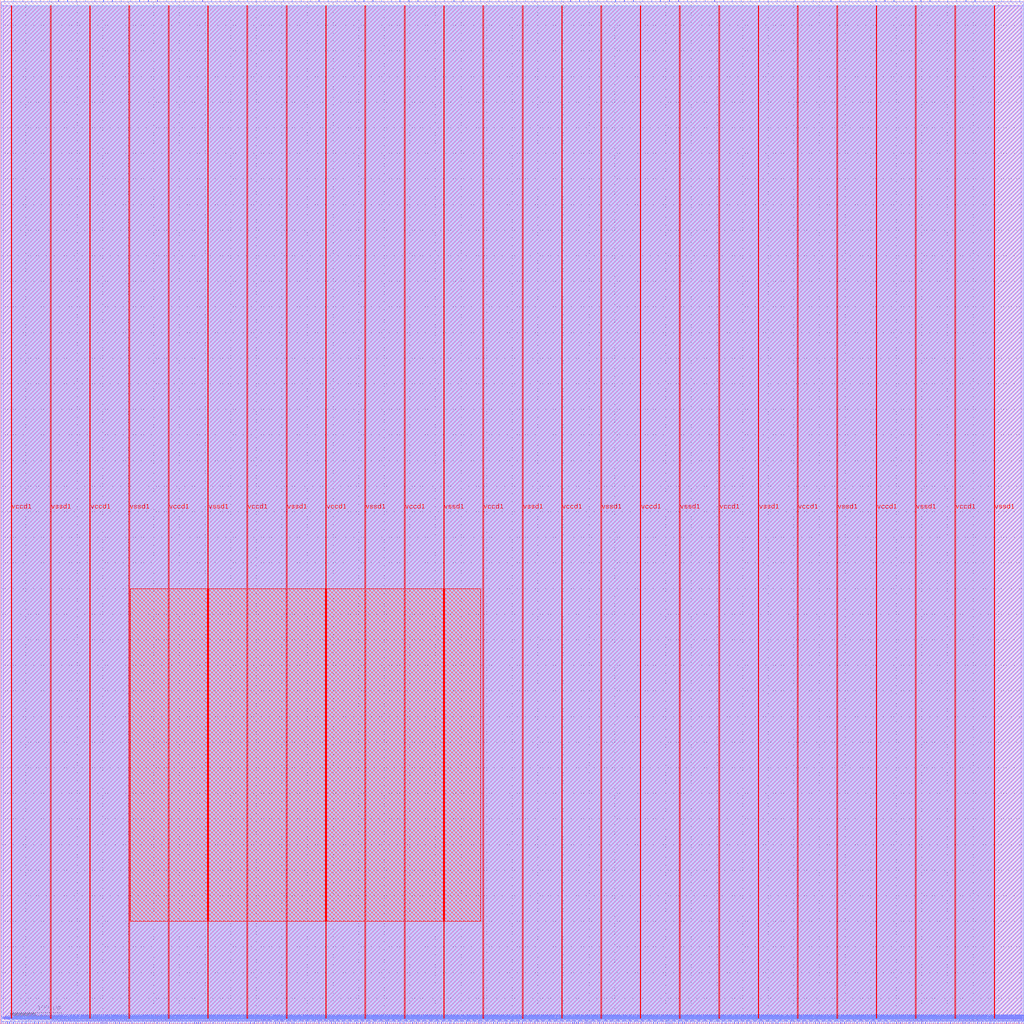
<source format=lef>
VERSION 5.7 ;
  NOWIREEXTENSIONATPIN ON ;
  DIVIDERCHAR "/" ;
  BUSBITCHARS "[]" ;
MACRO computer
  CLASS BLOCK ;
  FOREIGN computer ;
  ORIGIN 0.000 0.000 ;
  SIZE 2000.000 BY 2000.000 ;
  PIN io_in[0]
    DIRECTION INPUT ;
    USE SIGNAL ;
    PORT
      LAYER met2 ;
        RECT 8.830 1996.000 9.110 2000.000 ;
    END
  END io_in[0]
  PIN io_in[10]
    DIRECTION INPUT ;
    USE SIGNAL ;
    PORT
      LAYER met2 ;
        RECT 535.070 1996.000 535.350 2000.000 ;
    END
  END io_in[10]
  PIN io_in[11]
    DIRECTION INPUT ;
    USE SIGNAL ;
    PORT
      LAYER met2 ;
        RECT 587.510 1996.000 587.790 2000.000 ;
    END
  END io_in[11]
  PIN io_in[12]
    DIRECTION INPUT ;
    USE SIGNAL ;
    PORT
      LAYER met2 ;
        RECT 640.410 1996.000 640.690 2000.000 ;
    END
  END io_in[12]
  PIN io_in[13]
    DIRECTION INPUT ;
    USE SIGNAL ;
    PORT
      LAYER met2 ;
        RECT 692.850 1996.000 693.130 2000.000 ;
    END
  END io_in[13]
  PIN io_in[14]
    DIRECTION INPUT ;
    USE SIGNAL ;
    PORT
      LAYER met2 ;
        RECT 745.290 1996.000 745.570 2000.000 ;
    END
  END io_in[14]
  PIN io_in[15]
    DIRECTION INPUT ;
    USE SIGNAL ;
    PORT
      LAYER met2 ;
        RECT 798.190 1996.000 798.470 2000.000 ;
    END
  END io_in[15]
  PIN io_in[16]
    DIRECTION INPUT ;
    USE SIGNAL ;
    PORT
      LAYER met2 ;
        RECT 850.630 1996.000 850.910 2000.000 ;
    END
  END io_in[16]
  PIN io_in[17]
    DIRECTION INPUT ;
    USE SIGNAL ;
    PORT
      LAYER met2 ;
        RECT 903.530 1996.000 903.810 2000.000 ;
    END
  END io_in[17]
  PIN io_in[18]
    DIRECTION INPUT ;
    USE SIGNAL ;
    PORT
      LAYER met2 ;
        RECT 955.970 1996.000 956.250 2000.000 ;
    END
  END io_in[18]
  PIN io_in[19]
    DIRECTION INPUT ;
    USE SIGNAL ;
    PORT
      LAYER met2 ;
        RECT 1008.870 1996.000 1009.150 2000.000 ;
    END
  END io_in[19]
  PIN io_in[1]
    DIRECTION INPUT ;
    USE SIGNAL ;
    PORT
      LAYER met2 ;
        RECT 61.270 1996.000 61.550 2000.000 ;
    END
  END io_in[1]
  PIN io_in[20]
    DIRECTION INPUT ;
    USE SIGNAL ;
    PORT
      LAYER met2 ;
        RECT 1061.310 1996.000 1061.590 2000.000 ;
    END
  END io_in[20]
  PIN io_in[21]
    DIRECTION INPUT ;
    USE SIGNAL ;
    PORT
      LAYER met2 ;
        RECT 1113.750 1996.000 1114.030 2000.000 ;
    END
  END io_in[21]
  PIN io_in[22]
    DIRECTION INPUT ;
    USE SIGNAL ;
    PORT
      LAYER met2 ;
        RECT 1166.650 1996.000 1166.930 2000.000 ;
    END
  END io_in[22]
  PIN io_in[23]
    DIRECTION INPUT ;
    USE SIGNAL ;
    PORT
      LAYER met2 ;
        RECT 1219.090 1996.000 1219.370 2000.000 ;
    END
  END io_in[23]
  PIN io_in[24]
    DIRECTION INPUT ;
    USE SIGNAL ;
    PORT
      LAYER met2 ;
        RECT 1271.990 1996.000 1272.270 2000.000 ;
    END
  END io_in[24]
  PIN io_in[25]
    DIRECTION INPUT ;
    USE SIGNAL ;
    PORT
      LAYER met2 ;
        RECT 1324.430 1996.000 1324.710 2000.000 ;
    END
  END io_in[25]
  PIN io_in[26]
    DIRECTION INPUT ;
    USE SIGNAL ;
    PORT
      LAYER met2 ;
        RECT 1376.870 1996.000 1377.150 2000.000 ;
    END
  END io_in[26]
  PIN io_in[27]
    DIRECTION INPUT ;
    USE SIGNAL ;
    PORT
      LAYER met2 ;
        RECT 1429.770 1996.000 1430.050 2000.000 ;
    END
  END io_in[27]
  PIN io_in[28]
    DIRECTION INPUT ;
    USE SIGNAL ;
    PORT
      LAYER met2 ;
        RECT 1482.210 1996.000 1482.490 2000.000 ;
    END
  END io_in[28]
  PIN io_in[29]
    DIRECTION INPUT ;
    USE SIGNAL ;
    PORT
      LAYER met2 ;
        RECT 1535.110 1996.000 1535.390 2000.000 ;
    END
  END io_in[29]
  PIN io_in[2]
    DIRECTION INPUT ;
    USE SIGNAL ;
    PORT
      LAYER met2 ;
        RECT 113.710 1996.000 113.990 2000.000 ;
    END
  END io_in[2]
  PIN io_in[30]
    DIRECTION INPUT ;
    USE SIGNAL ;
    PORT
      LAYER met2 ;
        RECT 1587.550 1996.000 1587.830 2000.000 ;
    END
  END io_in[30]
  PIN io_in[31]
    DIRECTION INPUT ;
    USE SIGNAL ;
    PORT
      LAYER met2 ;
        RECT 1640.450 1996.000 1640.730 2000.000 ;
    END
  END io_in[31]
  PIN io_in[32]
    DIRECTION INPUT ;
    USE SIGNAL ;
    PORT
      LAYER met2 ;
        RECT 1692.890 1996.000 1693.170 2000.000 ;
    END
  END io_in[32]
  PIN io_in[33]
    DIRECTION INPUT ;
    USE SIGNAL ;
    PORT
      LAYER met2 ;
        RECT 1745.330 1996.000 1745.610 2000.000 ;
    END
  END io_in[33]
  PIN io_in[34]
    DIRECTION INPUT ;
    USE SIGNAL ;
    PORT
      LAYER met2 ;
        RECT 1798.230 1996.000 1798.510 2000.000 ;
    END
  END io_in[34]
  PIN io_in[35]
    DIRECTION INPUT ;
    USE SIGNAL ;
    PORT
      LAYER met2 ;
        RECT 1850.670 1996.000 1850.950 2000.000 ;
    END
  END io_in[35]
  PIN io_in[36]
    DIRECTION INPUT ;
    USE SIGNAL ;
    PORT
      LAYER met2 ;
        RECT 1903.570 1996.000 1903.850 2000.000 ;
    END
  END io_in[36]
  PIN io_in[37]
    DIRECTION INPUT ;
    USE SIGNAL ;
    PORT
      LAYER met2 ;
        RECT 1956.010 1996.000 1956.290 2000.000 ;
    END
  END io_in[37]
  PIN io_in[3]
    DIRECTION INPUT ;
    USE SIGNAL ;
    PORT
      LAYER met2 ;
        RECT 166.610 1996.000 166.890 2000.000 ;
    END
  END io_in[3]
  PIN io_in[4]
    DIRECTION INPUT ;
    USE SIGNAL ;
    PORT
      LAYER met2 ;
        RECT 219.050 1996.000 219.330 2000.000 ;
    END
  END io_in[4]
  PIN io_in[5]
    DIRECTION INPUT ;
    USE SIGNAL ;
    PORT
      LAYER met2 ;
        RECT 271.950 1996.000 272.230 2000.000 ;
    END
  END io_in[5]
  PIN io_in[6]
    DIRECTION INPUT ;
    USE SIGNAL ;
    PORT
      LAYER met2 ;
        RECT 324.390 1996.000 324.670 2000.000 ;
    END
  END io_in[6]
  PIN io_in[7]
    DIRECTION INPUT ;
    USE SIGNAL ;
    PORT
      LAYER met2 ;
        RECT 376.830 1996.000 377.110 2000.000 ;
    END
  END io_in[7]
  PIN io_in[8]
    DIRECTION INPUT ;
    USE SIGNAL ;
    PORT
      LAYER met2 ;
        RECT 429.730 1996.000 430.010 2000.000 ;
    END
  END io_in[8]
  PIN io_in[9]
    DIRECTION INPUT ;
    USE SIGNAL ;
    PORT
      LAYER met2 ;
        RECT 482.170 1996.000 482.450 2000.000 ;
    END
  END io_in[9]
  PIN io_oeb[0]
    DIRECTION OUTPUT TRISTATE ;
    USE SIGNAL ;
    PORT
      LAYER met2 ;
        RECT 26.310 1996.000 26.590 2000.000 ;
    END
  END io_oeb[0]
  PIN io_oeb[10]
    DIRECTION OUTPUT TRISTATE ;
    USE SIGNAL ;
    PORT
      LAYER met2 ;
        RECT 552.550 1996.000 552.830 2000.000 ;
    END
  END io_oeb[10]
  PIN io_oeb[11]
    DIRECTION OUTPUT TRISTATE ;
    USE SIGNAL ;
    PORT
      LAYER met2 ;
        RECT 604.990 1996.000 605.270 2000.000 ;
    END
  END io_oeb[11]
  PIN io_oeb[12]
    DIRECTION OUTPUT TRISTATE ;
    USE SIGNAL ;
    PORT
      LAYER met2 ;
        RECT 657.890 1996.000 658.170 2000.000 ;
    END
  END io_oeb[12]
  PIN io_oeb[13]
    DIRECTION OUTPUT TRISTATE ;
    USE SIGNAL ;
    PORT
      LAYER met2 ;
        RECT 710.330 1996.000 710.610 2000.000 ;
    END
  END io_oeb[13]
  PIN io_oeb[14]
    DIRECTION OUTPUT TRISTATE ;
    USE SIGNAL ;
    PORT
      LAYER met2 ;
        RECT 763.230 1996.000 763.510 2000.000 ;
    END
  END io_oeb[14]
  PIN io_oeb[15]
    DIRECTION OUTPUT TRISTATE ;
    USE SIGNAL ;
    PORT
      LAYER met2 ;
        RECT 815.670 1996.000 815.950 2000.000 ;
    END
  END io_oeb[15]
  PIN io_oeb[16]
    DIRECTION OUTPUT TRISTATE ;
    USE SIGNAL ;
    PORT
      LAYER met2 ;
        RECT 868.110 1996.000 868.390 2000.000 ;
    END
  END io_oeb[16]
  PIN io_oeb[17]
    DIRECTION OUTPUT TRISTATE ;
    USE SIGNAL ;
    PORT
      LAYER met2 ;
        RECT 921.010 1996.000 921.290 2000.000 ;
    END
  END io_oeb[17]
  PIN io_oeb[18]
    DIRECTION OUTPUT TRISTATE ;
    USE SIGNAL ;
    PORT
      LAYER met2 ;
        RECT 973.450 1996.000 973.730 2000.000 ;
    END
  END io_oeb[18]
  PIN io_oeb[19]
    DIRECTION OUTPUT TRISTATE ;
    USE SIGNAL ;
    PORT
      LAYER met2 ;
        RECT 1026.350 1996.000 1026.630 2000.000 ;
    END
  END io_oeb[19]
  PIN io_oeb[1]
    DIRECTION OUTPUT TRISTATE ;
    USE SIGNAL ;
    PORT
      LAYER met2 ;
        RECT 78.750 1996.000 79.030 2000.000 ;
    END
  END io_oeb[1]
  PIN io_oeb[20]
    DIRECTION OUTPUT TRISTATE ;
    USE SIGNAL ;
    PORT
      LAYER met2 ;
        RECT 1078.790 1996.000 1079.070 2000.000 ;
    END
  END io_oeb[20]
  PIN io_oeb[21]
    DIRECTION OUTPUT TRISTATE ;
    USE SIGNAL ;
    PORT
      LAYER met2 ;
        RECT 1131.230 1996.000 1131.510 2000.000 ;
    END
  END io_oeb[21]
  PIN io_oeb[22]
    DIRECTION OUTPUT TRISTATE ;
    USE SIGNAL ;
    PORT
      LAYER met2 ;
        RECT 1184.130 1996.000 1184.410 2000.000 ;
    END
  END io_oeb[22]
  PIN io_oeb[23]
    DIRECTION OUTPUT TRISTATE ;
    USE SIGNAL ;
    PORT
      LAYER met2 ;
        RECT 1236.570 1996.000 1236.850 2000.000 ;
    END
  END io_oeb[23]
  PIN io_oeb[24]
    DIRECTION OUTPUT TRISTATE ;
    USE SIGNAL ;
    PORT
      LAYER met2 ;
        RECT 1289.470 1996.000 1289.750 2000.000 ;
    END
  END io_oeb[24]
  PIN io_oeb[25]
    DIRECTION OUTPUT TRISTATE ;
    USE SIGNAL ;
    PORT
      LAYER met2 ;
        RECT 1341.910 1996.000 1342.190 2000.000 ;
    END
  END io_oeb[25]
  PIN io_oeb[26]
    DIRECTION OUTPUT TRISTATE ;
    USE SIGNAL ;
    PORT
      LAYER met2 ;
        RECT 1394.810 1996.000 1395.090 2000.000 ;
    END
  END io_oeb[26]
  PIN io_oeb[27]
    DIRECTION OUTPUT TRISTATE ;
    USE SIGNAL ;
    PORT
      LAYER met2 ;
        RECT 1447.250 1996.000 1447.530 2000.000 ;
    END
  END io_oeb[27]
  PIN io_oeb[28]
    DIRECTION OUTPUT TRISTATE ;
    USE SIGNAL ;
    PORT
      LAYER met2 ;
        RECT 1499.690 1996.000 1499.970 2000.000 ;
    END
  END io_oeb[28]
  PIN io_oeb[29]
    DIRECTION OUTPUT TRISTATE ;
    USE SIGNAL ;
    PORT
      LAYER met2 ;
        RECT 1552.590 1996.000 1552.870 2000.000 ;
    END
  END io_oeb[29]
  PIN io_oeb[2]
    DIRECTION OUTPUT TRISTATE ;
    USE SIGNAL ;
    PORT
      LAYER met2 ;
        RECT 131.190 1996.000 131.470 2000.000 ;
    END
  END io_oeb[2]
  PIN io_oeb[30]
    DIRECTION OUTPUT TRISTATE ;
    USE SIGNAL ;
    PORT
      LAYER met2 ;
        RECT 1605.030 1996.000 1605.310 2000.000 ;
    END
  END io_oeb[30]
  PIN io_oeb[31]
    DIRECTION OUTPUT TRISTATE ;
    USE SIGNAL ;
    PORT
      LAYER met2 ;
        RECT 1657.930 1996.000 1658.210 2000.000 ;
    END
  END io_oeb[31]
  PIN io_oeb[32]
    DIRECTION OUTPUT TRISTATE ;
    USE SIGNAL ;
    PORT
      LAYER met2 ;
        RECT 1710.370 1996.000 1710.650 2000.000 ;
    END
  END io_oeb[32]
  PIN io_oeb[33]
    DIRECTION OUTPUT TRISTATE ;
    USE SIGNAL ;
    PORT
      LAYER met2 ;
        RECT 1763.270 1996.000 1763.550 2000.000 ;
    END
  END io_oeb[33]
  PIN io_oeb[34]
    DIRECTION OUTPUT TRISTATE ;
    USE SIGNAL ;
    PORT
      LAYER met2 ;
        RECT 1815.710 1996.000 1815.990 2000.000 ;
    END
  END io_oeb[34]
  PIN io_oeb[35]
    DIRECTION OUTPUT TRISTATE ;
    USE SIGNAL ;
    PORT
      LAYER met2 ;
        RECT 1868.150 1996.000 1868.430 2000.000 ;
    END
  END io_oeb[35]
  PIN io_oeb[36]
    DIRECTION OUTPUT TRISTATE ;
    USE SIGNAL ;
    PORT
      LAYER met2 ;
        RECT 1921.050 1996.000 1921.330 2000.000 ;
    END
  END io_oeb[36]
  PIN io_oeb[37]
    DIRECTION OUTPUT TRISTATE ;
    USE SIGNAL ;
    PORT
      LAYER met2 ;
        RECT 1973.490 1996.000 1973.770 2000.000 ;
    END
  END io_oeb[37]
  PIN io_oeb[3]
    DIRECTION OUTPUT TRISTATE ;
    USE SIGNAL ;
    PORT
      LAYER met2 ;
        RECT 184.090 1996.000 184.370 2000.000 ;
    END
  END io_oeb[3]
  PIN io_oeb[4]
    DIRECTION OUTPUT TRISTATE ;
    USE SIGNAL ;
    PORT
      LAYER met2 ;
        RECT 236.530 1996.000 236.810 2000.000 ;
    END
  END io_oeb[4]
  PIN io_oeb[5]
    DIRECTION OUTPUT TRISTATE ;
    USE SIGNAL ;
    PORT
      LAYER met2 ;
        RECT 289.430 1996.000 289.710 2000.000 ;
    END
  END io_oeb[5]
  PIN io_oeb[6]
    DIRECTION OUTPUT TRISTATE ;
    USE SIGNAL ;
    PORT
      LAYER met2 ;
        RECT 341.870 1996.000 342.150 2000.000 ;
    END
  END io_oeb[6]
  PIN io_oeb[7]
    DIRECTION OUTPUT TRISTATE ;
    USE SIGNAL ;
    PORT
      LAYER met2 ;
        RECT 394.770 1996.000 395.050 2000.000 ;
    END
  END io_oeb[7]
  PIN io_oeb[8]
    DIRECTION OUTPUT TRISTATE ;
    USE SIGNAL ;
    PORT
      LAYER met2 ;
        RECT 447.210 1996.000 447.490 2000.000 ;
    END
  END io_oeb[8]
  PIN io_oeb[9]
    DIRECTION OUTPUT TRISTATE ;
    USE SIGNAL ;
    PORT
      LAYER met2 ;
        RECT 499.650 1996.000 499.930 2000.000 ;
    END
  END io_oeb[9]
  PIN io_out[0]
    DIRECTION OUTPUT TRISTATE ;
    USE SIGNAL ;
    PORT
      LAYER met2 ;
        RECT 43.790 1996.000 44.070 2000.000 ;
    END
  END io_out[0]
  PIN io_out[10]
    DIRECTION OUTPUT TRISTATE ;
    USE SIGNAL ;
    PORT
      LAYER met2 ;
        RECT 570.030 1996.000 570.310 2000.000 ;
    END
  END io_out[10]
  PIN io_out[11]
    DIRECTION OUTPUT TRISTATE ;
    USE SIGNAL ;
    PORT
      LAYER met2 ;
        RECT 622.470 1996.000 622.750 2000.000 ;
    END
  END io_out[11]
  PIN io_out[12]
    DIRECTION OUTPUT TRISTATE ;
    USE SIGNAL ;
    PORT
      LAYER met2 ;
        RECT 675.370 1996.000 675.650 2000.000 ;
    END
  END io_out[12]
  PIN io_out[13]
    DIRECTION OUTPUT TRISTATE ;
    USE SIGNAL ;
    PORT
      LAYER met2 ;
        RECT 727.810 1996.000 728.090 2000.000 ;
    END
  END io_out[13]
  PIN io_out[14]
    DIRECTION OUTPUT TRISTATE ;
    USE SIGNAL ;
    PORT
      LAYER met2 ;
        RECT 780.710 1996.000 780.990 2000.000 ;
    END
  END io_out[14]
  PIN io_out[15]
    DIRECTION OUTPUT TRISTATE ;
    USE SIGNAL ;
    PORT
      LAYER met2 ;
        RECT 833.150 1996.000 833.430 2000.000 ;
    END
  END io_out[15]
  PIN io_out[16]
    DIRECTION OUTPUT TRISTATE ;
    USE SIGNAL ;
    PORT
      LAYER met2 ;
        RECT 886.050 1996.000 886.330 2000.000 ;
    END
  END io_out[16]
  PIN io_out[17]
    DIRECTION OUTPUT TRISTATE ;
    USE SIGNAL ;
    PORT
      LAYER met2 ;
        RECT 938.490 1996.000 938.770 2000.000 ;
    END
  END io_out[17]
  PIN io_out[18]
    DIRECTION OUTPUT TRISTATE ;
    USE SIGNAL ;
    PORT
      LAYER met2 ;
        RECT 990.930 1996.000 991.210 2000.000 ;
    END
  END io_out[18]
  PIN io_out[19]
    DIRECTION OUTPUT TRISTATE ;
    USE SIGNAL ;
    PORT
      LAYER met2 ;
        RECT 1043.830 1996.000 1044.110 2000.000 ;
    END
  END io_out[19]
  PIN io_out[1]
    DIRECTION OUTPUT TRISTATE ;
    USE SIGNAL ;
    PORT
      LAYER met2 ;
        RECT 96.230 1996.000 96.510 2000.000 ;
    END
  END io_out[1]
  PIN io_out[20]
    DIRECTION OUTPUT TRISTATE ;
    USE SIGNAL ;
    PORT
      LAYER met2 ;
        RECT 1096.270 1996.000 1096.550 2000.000 ;
    END
  END io_out[20]
  PIN io_out[21]
    DIRECTION OUTPUT TRISTATE ;
    USE SIGNAL ;
    PORT
      LAYER met2 ;
        RECT 1149.170 1996.000 1149.450 2000.000 ;
    END
  END io_out[21]
  PIN io_out[22]
    DIRECTION OUTPUT TRISTATE ;
    USE SIGNAL ;
    PORT
      LAYER met2 ;
        RECT 1201.610 1996.000 1201.890 2000.000 ;
    END
  END io_out[22]
  PIN io_out[23]
    DIRECTION OUTPUT TRISTATE ;
    USE SIGNAL ;
    PORT
      LAYER met2 ;
        RECT 1254.050 1996.000 1254.330 2000.000 ;
    END
  END io_out[23]
  PIN io_out[24]
    DIRECTION OUTPUT TRISTATE ;
    USE SIGNAL ;
    PORT
      LAYER met2 ;
        RECT 1306.950 1996.000 1307.230 2000.000 ;
    END
  END io_out[24]
  PIN io_out[25]
    DIRECTION OUTPUT TRISTATE ;
    USE SIGNAL ;
    PORT
      LAYER met2 ;
        RECT 1359.390 1996.000 1359.670 2000.000 ;
    END
  END io_out[25]
  PIN io_out[26]
    DIRECTION OUTPUT TRISTATE ;
    USE SIGNAL ;
    PORT
      LAYER met2 ;
        RECT 1412.290 1996.000 1412.570 2000.000 ;
    END
  END io_out[26]
  PIN io_out[27]
    DIRECTION OUTPUT TRISTATE ;
    USE SIGNAL ;
    PORT
      LAYER met2 ;
        RECT 1464.730 1996.000 1465.010 2000.000 ;
    END
  END io_out[27]
  PIN io_out[28]
    DIRECTION OUTPUT TRISTATE ;
    USE SIGNAL ;
    PORT
      LAYER met2 ;
        RECT 1517.630 1996.000 1517.910 2000.000 ;
    END
  END io_out[28]
  PIN io_out[29]
    DIRECTION OUTPUT TRISTATE ;
    USE SIGNAL ;
    PORT
      LAYER met2 ;
        RECT 1570.070 1996.000 1570.350 2000.000 ;
    END
  END io_out[29]
  PIN io_out[2]
    DIRECTION OUTPUT TRISTATE ;
    USE SIGNAL ;
    PORT
      LAYER met2 ;
        RECT 149.130 1996.000 149.410 2000.000 ;
    END
  END io_out[2]
  PIN io_out[30]
    DIRECTION OUTPUT TRISTATE ;
    USE SIGNAL ;
    PORT
      LAYER met2 ;
        RECT 1622.510 1996.000 1622.790 2000.000 ;
    END
  END io_out[30]
  PIN io_out[31]
    DIRECTION OUTPUT TRISTATE ;
    USE SIGNAL ;
    PORT
      LAYER met2 ;
        RECT 1675.410 1996.000 1675.690 2000.000 ;
    END
  END io_out[31]
  PIN io_out[32]
    DIRECTION OUTPUT TRISTATE ;
    USE SIGNAL ;
    PORT
      LAYER met2 ;
        RECT 1727.850 1996.000 1728.130 2000.000 ;
    END
  END io_out[32]
  PIN io_out[33]
    DIRECTION OUTPUT TRISTATE ;
    USE SIGNAL ;
    PORT
      LAYER met2 ;
        RECT 1780.750 1996.000 1781.030 2000.000 ;
    END
  END io_out[33]
  PIN io_out[34]
    DIRECTION OUTPUT TRISTATE ;
    USE SIGNAL ;
    PORT
      LAYER met2 ;
        RECT 1833.190 1996.000 1833.470 2000.000 ;
    END
  END io_out[34]
  PIN io_out[35]
    DIRECTION OUTPUT TRISTATE ;
    USE SIGNAL ;
    PORT
      LAYER met2 ;
        RECT 1886.090 1996.000 1886.370 2000.000 ;
    END
  END io_out[35]
  PIN io_out[36]
    DIRECTION OUTPUT TRISTATE ;
    USE SIGNAL ;
    PORT
      LAYER met2 ;
        RECT 1938.530 1996.000 1938.810 2000.000 ;
    END
  END io_out[36]
  PIN io_out[37]
    DIRECTION OUTPUT TRISTATE ;
    USE SIGNAL ;
    PORT
      LAYER met2 ;
        RECT 1990.970 1996.000 1991.250 2000.000 ;
    END
  END io_out[37]
  PIN io_out[3]
    DIRECTION OUTPUT TRISTATE ;
    USE SIGNAL ;
    PORT
      LAYER met2 ;
        RECT 201.570 1996.000 201.850 2000.000 ;
    END
  END io_out[3]
  PIN io_out[4]
    DIRECTION OUTPUT TRISTATE ;
    USE SIGNAL ;
    PORT
      LAYER met2 ;
        RECT 254.010 1996.000 254.290 2000.000 ;
    END
  END io_out[4]
  PIN io_out[5]
    DIRECTION OUTPUT TRISTATE ;
    USE SIGNAL ;
    PORT
      LAYER met2 ;
        RECT 306.910 1996.000 307.190 2000.000 ;
    END
  END io_out[5]
  PIN io_out[6]
    DIRECTION OUTPUT TRISTATE ;
    USE SIGNAL ;
    PORT
      LAYER met2 ;
        RECT 359.350 1996.000 359.630 2000.000 ;
    END
  END io_out[6]
  PIN io_out[7]
    DIRECTION OUTPUT TRISTATE ;
    USE SIGNAL ;
    PORT
      LAYER met2 ;
        RECT 412.250 1996.000 412.530 2000.000 ;
    END
  END io_out[7]
  PIN io_out[8]
    DIRECTION OUTPUT TRISTATE ;
    USE SIGNAL ;
    PORT
      LAYER met2 ;
        RECT 464.690 1996.000 464.970 2000.000 ;
    END
  END io_out[8]
  PIN io_out[9]
    DIRECTION OUTPUT TRISTATE ;
    USE SIGNAL ;
    PORT
      LAYER met2 ;
        RECT 517.590 1996.000 517.870 2000.000 ;
    END
  END io_out[9]
  PIN irq[0]
    DIRECTION OUTPUT TRISTATE ;
    USE SIGNAL ;
    PORT
      LAYER met2 ;
        RECT 1989.590 0.000 1989.870 4.000 ;
    END
  END irq[0]
  PIN irq[1]
    DIRECTION OUTPUT TRISTATE ;
    USE SIGNAL ;
    PORT
      LAYER met2 ;
        RECT 1993.730 0.000 1994.010 4.000 ;
    END
  END irq[1]
  PIN irq[2]
    DIRECTION OUTPUT TRISTATE ;
    USE SIGNAL ;
    PORT
      LAYER met2 ;
        RECT 1997.870 0.000 1998.150 4.000 ;
    END
  END irq[2]
  PIN la_data_in[0]
    DIRECTION INPUT ;
    USE SIGNAL ;
    PORT
      LAYER met2 ;
        RECT 431.570 0.000 431.850 4.000 ;
    END
  END la_data_in[0]
  PIN la_data_in[100]
    DIRECTION INPUT ;
    USE SIGNAL ;
    PORT
      LAYER met2 ;
        RECT 1648.730 0.000 1649.010 4.000 ;
    END
  END la_data_in[100]
  PIN la_data_in[101]
    DIRECTION INPUT ;
    USE SIGNAL ;
    PORT
      LAYER met2 ;
        RECT 1661.150 0.000 1661.430 4.000 ;
    END
  END la_data_in[101]
  PIN la_data_in[102]
    DIRECTION INPUT ;
    USE SIGNAL ;
    PORT
      LAYER met2 ;
        RECT 1673.110 0.000 1673.390 4.000 ;
    END
  END la_data_in[102]
  PIN la_data_in[103]
    DIRECTION INPUT ;
    USE SIGNAL ;
    PORT
      LAYER met2 ;
        RECT 1685.530 0.000 1685.810 4.000 ;
    END
  END la_data_in[103]
  PIN la_data_in[104]
    DIRECTION INPUT ;
    USE SIGNAL ;
    PORT
      LAYER met2 ;
        RECT 1697.490 0.000 1697.770 4.000 ;
    END
  END la_data_in[104]
  PIN la_data_in[105]
    DIRECTION INPUT ;
    USE SIGNAL ;
    PORT
      LAYER met2 ;
        RECT 1709.450 0.000 1709.730 4.000 ;
    END
  END la_data_in[105]
  PIN la_data_in[106]
    DIRECTION INPUT ;
    USE SIGNAL ;
    PORT
      LAYER met2 ;
        RECT 1721.870 0.000 1722.150 4.000 ;
    END
  END la_data_in[106]
  PIN la_data_in[107]
    DIRECTION INPUT ;
    USE SIGNAL ;
    PORT
      LAYER met2 ;
        RECT 1733.830 0.000 1734.110 4.000 ;
    END
  END la_data_in[107]
  PIN la_data_in[108]
    DIRECTION INPUT ;
    USE SIGNAL ;
    PORT
      LAYER met2 ;
        RECT 1746.250 0.000 1746.530 4.000 ;
    END
  END la_data_in[108]
  PIN la_data_in[109]
    DIRECTION INPUT ;
    USE SIGNAL ;
    PORT
      LAYER met2 ;
        RECT 1758.210 0.000 1758.490 4.000 ;
    END
  END la_data_in[109]
  PIN la_data_in[10]
    DIRECTION INPUT ;
    USE SIGNAL ;
    PORT
      LAYER met2 ;
        RECT 553.470 0.000 553.750 4.000 ;
    END
  END la_data_in[10]
  PIN la_data_in[110]
    DIRECTION INPUT ;
    USE SIGNAL ;
    PORT
      LAYER met2 ;
        RECT 1770.630 0.000 1770.910 4.000 ;
    END
  END la_data_in[110]
  PIN la_data_in[111]
    DIRECTION INPUT ;
    USE SIGNAL ;
    PORT
      LAYER met2 ;
        RECT 1782.590 0.000 1782.870 4.000 ;
    END
  END la_data_in[111]
  PIN la_data_in[112]
    DIRECTION INPUT ;
    USE SIGNAL ;
    PORT
      LAYER met2 ;
        RECT 1795.010 0.000 1795.290 4.000 ;
    END
  END la_data_in[112]
  PIN la_data_in[113]
    DIRECTION INPUT ;
    USE SIGNAL ;
    PORT
      LAYER met2 ;
        RECT 1806.970 0.000 1807.250 4.000 ;
    END
  END la_data_in[113]
  PIN la_data_in[114]
    DIRECTION INPUT ;
    USE SIGNAL ;
    PORT
      LAYER met2 ;
        RECT 1819.390 0.000 1819.670 4.000 ;
    END
  END la_data_in[114]
  PIN la_data_in[115]
    DIRECTION INPUT ;
    USE SIGNAL ;
    PORT
      LAYER met2 ;
        RECT 1831.350 0.000 1831.630 4.000 ;
    END
  END la_data_in[115]
  PIN la_data_in[116]
    DIRECTION INPUT ;
    USE SIGNAL ;
    PORT
      LAYER met2 ;
        RECT 1843.770 0.000 1844.050 4.000 ;
    END
  END la_data_in[116]
  PIN la_data_in[117]
    DIRECTION INPUT ;
    USE SIGNAL ;
    PORT
      LAYER met2 ;
        RECT 1855.730 0.000 1856.010 4.000 ;
    END
  END la_data_in[117]
  PIN la_data_in[118]
    DIRECTION INPUT ;
    USE SIGNAL ;
    PORT
      LAYER met2 ;
        RECT 1867.690 0.000 1867.970 4.000 ;
    END
  END la_data_in[118]
  PIN la_data_in[119]
    DIRECTION INPUT ;
    USE SIGNAL ;
    PORT
      LAYER met2 ;
        RECT 1880.110 0.000 1880.390 4.000 ;
    END
  END la_data_in[119]
  PIN la_data_in[11]
    DIRECTION INPUT ;
    USE SIGNAL ;
    PORT
      LAYER met2 ;
        RECT 565.430 0.000 565.710 4.000 ;
    END
  END la_data_in[11]
  PIN la_data_in[120]
    DIRECTION INPUT ;
    USE SIGNAL ;
    PORT
      LAYER met2 ;
        RECT 1892.070 0.000 1892.350 4.000 ;
    END
  END la_data_in[120]
  PIN la_data_in[121]
    DIRECTION INPUT ;
    USE SIGNAL ;
    PORT
      LAYER met2 ;
        RECT 1904.490 0.000 1904.770 4.000 ;
    END
  END la_data_in[121]
  PIN la_data_in[122]
    DIRECTION INPUT ;
    USE SIGNAL ;
    PORT
      LAYER met2 ;
        RECT 1916.450 0.000 1916.730 4.000 ;
    END
  END la_data_in[122]
  PIN la_data_in[123]
    DIRECTION INPUT ;
    USE SIGNAL ;
    PORT
      LAYER met2 ;
        RECT 1928.870 0.000 1929.150 4.000 ;
    END
  END la_data_in[123]
  PIN la_data_in[124]
    DIRECTION INPUT ;
    USE SIGNAL ;
    PORT
      LAYER met2 ;
        RECT 1940.830 0.000 1941.110 4.000 ;
    END
  END la_data_in[124]
  PIN la_data_in[125]
    DIRECTION INPUT ;
    USE SIGNAL ;
    PORT
      LAYER met2 ;
        RECT 1953.250 0.000 1953.530 4.000 ;
    END
  END la_data_in[125]
  PIN la_data_in[126]
    DIRECTION INPUT ;
    USE SIGNAL ;
    PORT
      LAYER met2 ;
        RECT 1965.210 0.000 1965.490 4.000 ;
    END
  END la_data_in[126]
  PIN la_data_in[127]
    DIRECTION INPUT ;
    USE SIGNAL ;
    PORT
      LAYER met2 ;
        RECT 1977.630 0.000 1977.910 4.000 ;
    END
  END la_data_in[127]
  PIN la_data_in[12]
    DIRECTION INPUT ;
    USE SIGNAL ;
    PORT
      LAYER met2 ;
        RECT 577.850 0.000 578.130 4.000 ;
    END
  END la_data_in[12]
  PIN la_data_in[13]
    DIRECTION INPUT ;
    USE SIGNAL ;
    PORT
      LAYER met2 ;
        RECT 589.810 0.000 590.090 4.000 ;
    END
  END la_data_in[13]
  PIN la_data_in[14]
    DIRECTION INPUT ;
    USE SIGNAL ;
    PORT
      LAYER met2 ;
        RECT 602.230 0.000 602.510 4.000 ;
    END
  END la_data_in[14]
  PIN la_data_in[15]
    DIRECTION INPUT ;
    USE SIGNAL ;
    PORT
      LAYER met2 ;
        RECT 614.190 0.000 614.470 4.000 ;
    END
  END la_data_in[15]
  PIN la_data_in[16]
    DIRECTION INPUT ;
    USE SIGNAL ;
    PORT
      LAYER met2 ;
        RECT 626.610 0.000 626.890 4.000 ;
    END
  END la_data_in[16]
  PIN la_data_in[17]
    DIRECTION INPUT ;
    USE SIGNAL ;
    PORT
      LAYER met2 ;
        RECT 638.570 0.000 638.850 4.000 ;
    END
  END la_data_in[17]
  PIN la_data_in[18]
    DIRECTION INPUT ;
    USE SIGNAL ;
    PORT
      LAYER met2 ;
        RECT 650.990 0.000 651.270 4.000 ;
    END
  END la_data_in[18]
  PIN la_data_in[19]
    DIRECTION INPUT ;
    USE SIGNAL ;
    PORT
      LAYER met2 ;
        RECT 662.950 0.000 663.230 4.000 ;
    END
  END la_data_in[19]
  PIN la_data_in[1]
    DIRECTION INPUT ;
    USE SIGNAL ;
    PORT
      LAYER met2 ;
        RECT 443.990 0.000 444.270 4.000 ;
    END
  END la_data_in[1]
  PIN la_data_in[20]
    DIRECTION INPUT ;
    USE SIGNAL ;
    PORT
      LAYER met2 ;
        RECT 675.370 0.000 675.650 4.000 ;
    END
  END la_data_in[20]
  PIN la_data_in[21]
    DIRECTION INPUT ;
    USE SIGNAL ;
    PORT
      LAYER met2 ;
        RECT 687.330 0.000 687.610 4.000 ;
    END
  END la_data_in[21]
  PIN la_data_in[22]
    DIRECTION INPUT ;
    USE SIGNAL ;
    PORT
      LAYER met2 ;
        RECT 699.290 0.000 699.570 4.000 ;
    END
  END la_data_in[22]
  PIN la_data_in[23]
    DIRECTION INPUT ;
    USE SIGNAL ;
    PORT
      LAYER met2 ;
        RECT 711.710 0.000 711.990 4.000 ;
    END
  END la_data_in[23]
  PIN la_data_in[24]
    DIRECTION INPUT ;
    USE SIGNAL ;
    PORT
      LAYER met2 ;
        RECT 723.670 0.000 723.950 4.000 ;
    END
  END la_data_in[24]
  PIN la_data_in[25]
    DIRECTION INPUT ;
    USE SIGNAL ;
    PORT
      LAYER met2 ;
        RECT 736.090 0.000 736.370 4.000 ;
    END
  END la_data_in[25]
  PIN la_data_in[26]
    DIRECTION INPUT ;
    USE SIGNAL ;
    PORT
      LAYER met2 ;
        RECT 748.050 0.000 748.330 4.000 ;
    END
  END la_data_in[26]
  PIN la_data_in[27]
    DIRECTION INPUT ;
    USE SIGNAL ;
    PORT
      LAYER met2 ;
        RECT 760.470 0.000 760.750 4.000 ;
    END
  END la_data_in[27]
  PIN la_data_in[28]
    DIRECTION INPUT ;
    USE SIGNAL ;
    PORT
      LAYER met2 ;
        RECT 772.430 0.000 772.710 4.000 ;
    END
  END la_data_in[28]
  PIN la_data_in[29]
    DIRECTION INPUT ;
    USE SIGNAL ;
    PORT
      LAYER met2 ;
        RECT 784.850 0.000 785.130 4.000 ;
    END
  END la_data_in[29]
  PIN la_data_in[2]
    DIRECTION INPUT ;
    USE SIGNAL ;
    PORT
      LAYER met2 ;
        RECT 455.950 0.000 456.230 4.000 ;
    END
  END la_data_in[2]
  PIN la_data_in[30]
    DIRECTION INPUT ;
    USE SIGNAL ;
    PORT
      LAYER met2 ;
        RECT 796.810 0.000 797.090 4.000 ;
    END
  END la_data_in[30]
  PIN la_data_in[31]
    DIRECTION INPUT ;
    USE SIGNAL ;
    PORT
      LAYER met2 ;
        RECT 809.230 0.000 809.510 4.000 ;
    END
  END la_data_in[31]
  PIN la_data_in[32]
    DIRECTION INPUT ;
    USE SIGNAL ;
    PORT
      LAYER met2 ;
        RECT 821.190 0.000 821.470 4.000 ;
    END
  END la_data_in[32]
  PIN la_data_in[33]
    DIRECTION INPUT ;
    USE SIGNAL ;
    PORT
      LAYER met2 ;
        RECT 833.150 0.000 833.430 4.000 ;
    END
  END la_data_in[33]
  PIN la_data_in[34]
    DIRECTION INPUT ;
    USE SIGNAL ;
    PORT
      LAYER met2 ;
        RECT 845.570 0.000 845.850 4.000 ;
    END
  END la_data_in[34]
  PIN la_data_in[35]
    DIRECTION INPUT ;
    USE SIGNAL ;
    PORT
      LAYER met2 ;
        RECT 857.530 0.000 857.810 4.000 ;
    END
  END la_data_in[35]
  PIN la_data_in[36]
    DIRECTION INPUT ;
    USE SIGNAL ;
    PORT
      LAYER met2 ;
        RECT 869.950 0.000 870.230 4.000 ;
    END
  END la_data_in[36]
  PIN la_data_in[37]
    DIRECTION INPUT ;
    USE SIGNAL ;
    PORT
      LAYER met2 ;
        RECT 881.910 0.000 882.190 4.000 ;
    END
  END la_data_in[37]
  PIN la_data_in[38]
    DIRECTION INPUT ;
    USE SIGNAL ;
    PORT
      LAYER met2 ;
        RECT 894.330 0.000 894.610 4.000 ;
    END
  END la_data_in[38]
  PIN la_data_in[39]
    DIRECTION INPUT ;
    USE SIGNAL ;
    PORT
      LAYER met2 ;
        RECT 906.290 0.000 906.570 4.000 ;
    END
  END la_data_in[39]
  PIN la_data_in[3]
    DIRECTION INPUT ;
    USE SIGNAL ;
    PORT
      LAYER met2 ;
        RECT 468.370 0.000 468.650 4.000 ;
    END
  END la_data_in[3]
  PIN la_data_in[40]
    DIRECTION INPUT ;
    USE SIGNAL ;
    PORT
      LAYER met2 ;
        RECT 918.710 0.000 918.990 4.000 ;
    END
  END la_data_in[40]
  PIN la_data_in[41]
    DIRECTION INPUT ;
    USE SIGNAL ;
    PORT
      LAYER met2 ;
        RECT 930.670 0.000 930.950 4.000 ;
    END
  END la_data_in[41]
  PIN la_data_in[42]
    DIRECTION INPUT ;
    USE SIGNAL ;
    PORT
      LAYER met2 ;
        RECT 943.090 0.000 943.370 4.000 ;
    END
  END la_data_in[42]
  PIN la_data_in[43]
    DIRECTION INPUT ;
    USE SIGNAL ;
    PORT
      LAYER met2 ;
        RECT 955.050 0.000 955.330 4.000 ;
    END
  END la_data_in[43]
  PIN la_data_in[44]
    DIRECTION INPUT ;
    USE SIGNAL ;
    PORT
      LAYER met2 ;
        RECT 967.470 0.000 967.750 4.000 ;
    END
  END la_data_in[44]
  PIN la_data_in[45]
    DIRECTION INPUT ;
    USE SIGNAL ;
    PORT
      LAYER met2 ;
        RECT 979.430 0.000 979.710 4.000 ;
    END
  END la_data_in[45]
  PIN la_data_in[46]
    DIRECTION INPUT ;
    USE SIGNAL ;
    PORT
      LAYER met2 ;
        RECT 991.390 0.000 991.670 4.000 ;
    END
  END la_data_in[46]
  PIN la_data_in[47]
    DIRECTION INPUT ;
    USE SIGNAL ;
    PORT
      LAYER met2 ;
        RECT 1003.810 0.000 1004.090 4.000 ;
    END
  END la_data_in[47]
  PIN la_data_in[48]
    DIRECTION INPUT ;
    USE SIGNAL ;
    PORT
      LAYER met2 ;
        RECT 1015.770 0.000 1016.050 4.000 ;
    END
  END la_data_in[48]
  PIN la_data_in[49]
    DIRECTION INPUT ;
    USE SIGNAL ;
    PORT
      LAYER met2 ;
        RECT 1028.190 0.000 1028.470 4.000 ;
    END
  END la_data_in[49]
  PIN la_data_in[4]
    DIRECTION INPUT ;
    USE SIGNAL ;
    PORT
      LAYER met2 ;
        RECT 480.330 0.000 480.610 4.000 ;
    END
  END la_data_in[4]
  PIN la_data_in[50]
    DIRECTION INPUT ;
    USE SIGNAL ;
    PORT
      LAYER met2 ;
        RECT 1040.150 0.000 1040.430 4.000 ;
    END
  END la_data_in[50]
  PIN la_data_in[51]
    DIRECTION INPUT ;
    USE SIGNAL ;
    PORT
      LAYER met2 ;
        RECT 1052.570 0.000 1052.850 4.000 ;
    END
  END la_data_in[51]
  PIN la_data_in[52]
    DIRECTION INPUT ;
    USE SIGNAL ;
    PORT
      LAYER met2 ;
        RECT 1064.530 0.000 1064.810 4.000 ;
    END
  END la_data_in[52]
  PIN la_data_in[53]
    DIRECTION INPUT ;
    USE SIGNAL ;
    PORT
      LAYER met2 ;
        RECT 1076.950 0.000 1077.230 4.000 ;
    END
  END la_data_in[53]
  PIN la_data_in[54]
    DIRECTION INPUT ;
    USE SIGNAL ;
    PORT
      LAYER met2 ;
        RECT 1088.910 0.000 1089.190 4.000 ;
    END
  END la_data_in[54]
  PIN la_data_in[55]
    DIRECTION INPUT ;
    USE SIGNAL ;
    PORT
      LAYER met2 ;
        RECT 1101.330 0.000 1101.610 4.000 ;
    END
  END la_data_in[55]
  PIN la_data_in[56]
    DIRECTION INPUT ;
    USE SIGNAL ;
    PORT
      LAYER met2 ;
        RECT 1113.290 0.000 1113.570 4.000 ;
    END
  END la_data_in[56]
  PIN la_data_in[57]
    DIRECTION INPUT ;
    USE SIGNAL ;
    PORT
      LAYER met2 ;
        RECT 1125.250 0.000 1125.530 4.000 ;
    END
  END la_data_in[57]
  PIN la_data_in[58]
    DIRECTION INPUT ;
    USE SIGNAL ;
    PORT
      LAYER met2 ;
        RECT 1137.670 0.000 1137.950 4.000 ;
    END
  END la_data_in[58]
  PIN la_data_in[59]
    DIRECTION INPUT ;
    USE SIGNAL ;
    PORT
      LAYER met2 ;
        RECT 1149.630 0.000 1149.910 4.000 ;
    END
  END la_data_in[59]
  PIN la_data_in[5]
    DIRECTION INPUT ;
    USE SIGNAL ;
    PORT
      LAYER met2 ;
        RECT 492.750 0.000 493.030 4.000 ;
    END
  END la_data_in[5]
  PIN la_data_in[60]
    DIRECTION INPUT ;
    USE SIGNAL ;
    PORT
      LAYER met2 ;
        RECT 1162.050 0.000 1162.330 4.000 ;
    END
  END la_data_in[60]
  PIN la_data_in[61]
    DIRECTION INPUT ;
    USE SIGNAL ;
    PORT
      LAYER met2 ;
        RECT 1174.010 0.000 1174.290 4.000 ;
    END
  END la_data_in[61]
  PIN la_data_in[62]
    DIRECTION INPUT ;
    USE SIGNAL ;
    PORT
      LAYER met2 ;
        RECT 1186.430 0.000 1186.710 4.000 ;
    END
  END la_data_in[62]
  PIN la_data_in[63]
    DIRECTION INPUT ;
    USE SIGNAL ;
    PORT
      LAYER met2 ;
        RECT 1198.390 0.000 1198.670 4.000 ;
    END
  END la_data_in[63]
  PIN la_data_in[64]
    DIRECTION INPUT ;
    USE SIGNAL ;
    PORT
      LAYER met2 ;
        RECT 1210.810 0.000 1211.090 4.000 ;
    END
  END la_data_in[64]
  PIN la_data_in[65]
    DIRECTION INPUT ;
    USE SIGNAL ;
    PORT
      LAYER met2 ;
        RECT 1222.770 0.000 1223.050 4.000 ;
    END
  END la_data_in[65]
  PIN la_data_in[66]
    DIRECTION INPUT ;
    USE SIGNAL ;
    PORT
      LAYER met2 ;
        RECT 1235.190 0.000 1235.470 4.000 ;
    END
  END la_data_in[66]
  PIN la_data_in[67]
    DIRECTION INPUT ;
    USE SIGNAL ;
    PORT
      LAYER met2 ;
        RECT 1247.150 0.000 1247.430 4.000 ;
    END
  END la_data_in[67]
  PIN la_data_in[68]
    DIRECTION INPUT ;
    USE SIGNAL ;
    PORT
      LAYER met2 ;
        RECT 1259.570 0.000 1259.850 4.000 ;
    END
  END la_data_in[68]
  PIN la_data_in[69]
    DIRECTION INPUT ;
    USE SIGNAL ;
    PORT
      LAYER met2 ;
        RECT 1271.530 0.000 1271.810 4.000 ;
    END
  END la_data_in[69]
  PIN la_data_in[6]
    DIRECTION INPUT ;
    USE SIGNAL ;
    PORT
      LAYER met2 ;
        RECT 504.710 0.000 504.990 4.000 ;
    END
  END la_data_in[6]
  PIN la_data_in[70]
    DIRECTION INPUT ;
    USE SIGNAL ;
    PORT
      LAYER met2 ;
        RECT 1283.490 0.000 1283.770 4.000 ;
    END
  END la_data_in[70]
  PIN la_data_in[71]
    DIRECTION INPUT ;
    USE SIGNAL ;
    PORT
      LAYER met2 ;
        RECT 1295.910 0.000 1296.190 4.000 ;
    END
  END la_data_in[71]
  PIN la_data_in[72]
    DIRECTION INPUT ;
    USE SIGNAL ;
    PORT
      LAYER met2 ;
        RECT 1307.870 0.000 1308.150 4.000 ;
    END
  END la_data_in[72]
  PIN la_data_in[73]
    DIRECTION INPUT ;
    USE SIGNAL ;
    PORT
      LAYER met2 ;
        RECT 1320.290 0.000 1320.570 4.000 ;
    END
  END la_data_in[73]
  PIN la_data_in[74]
    DIRECTION INPUT ;
    USE SIGNAL ;
    PORT
      LAYER met2 ;
        RECT 1332.250 0.000 1332.530 4.000 ;
    END
  END la_data_in[74]
  PIN la_data_in[75]
    DIRECTION INPUT ;
    USE SIGNAL ;
    PORT
      LAYER met2 ;
        RECT 1344.670 0.000 1344.950 4.000 ;
    END
  END la_data_in[75]
  PIN la_data_in[76]
    DIRECTION INPUT ;
    USE SIGNAL ;
    PORT
      LAYER met2 ;
        RECT 1356.630 0.000 1356.910 4.000 ;
    END
  END la_data_in[76]
  PIN la_data_in[77]
    DIRECTION INPUT ;
    USE SIGNAL ;
    PORT
      LAYER met2 ;
        RECT 1369.050 0.000 1369.330 4.000 ;
    END
  END la_data_in[77]
  PIN la_data_in[78]
    DIRECTION INPUT ;
    USE SIGNAL ;
    PORT
      LAYER met2 ;
        RECT 1381.010 0.000 1381.290 4.000 ;
    END
  END la_data_in[78]
  PIN la_data_in[79]
    DIRECTION INPUT ;
    USE SIGNAL ;
    PORT
      LAYER met2 ;
        RECT 1393.430 0.000 1393.710 4.000 ;
    END
  END la_data_in[79]
  PIN la_data_in[7]
    DIRECTION INPUT ;
    USE SIGNAL ;
    PORT
      LAYER met2 ;
        RECT 517.130 0.000 517.410 4.000 ;
    END
  END la_data_in[7]
  PIN la_data_in[80]
    DIRECTION INPUT ;
    USE SIGNAL ;
    PORT
      LAYER met2 ;
        RECT 1405.390 0.000 1405.670 4.000 ;
    END
  END la_data_in[80]
  PIN la_data_in[81]
    DIRECTION INPUT ;
    USE SIGNAL ;
    PORT
      LAYER met2 ;
        RECT 1417.350 0.000 1417.630 4.000 ;
    END
  END la_data_in[81]
  PIN la_data_in[82]
    DIRECTION INPUT ;
    USE SIGNAL ;
    PORT
      LAYER met2 ;
        RECT 1429.770 0.000 1430.050 4.000 ;
    END
  END la_data_in[82]
  PIN la_data_in[83]
    DIRECTION INPUT ;
    USE SIGNAL ;
    PORT
      LAYER met2 ;
        RECT 1441.730 0.000 1442.010 4.000 ;
    END
  END la_data_in[83]
  PIN la_data_in[84]
    DIRECTION INPUT ;
    USE SIGNAL ;
    PORT
      LAYER met2 ;
        RECT 1454.150 0.000 1454.430 4.000 ;
    END
  END la_data_in[84]
  PIN la_data_in[85]
    DIRECTION INPUT ;
    USE SIGNAL ;
    PORT
      LAYER met2 ;
        RECT 1466.110 0.000 1466.390 4.000 ;
    END
  END la_data_in[85]
  PIN la_data_in[86]
    DIRECTION INPUT ;
    USE SIGNAL ;
    PORT
      LAYER met2 ;
        RECT 1478.530 0.000 1478.810 4.000 ;
    END
  END la_data_in[86]
  PIN la_data_in[87]
    DIRECTION INPUT ;
    USE SIGNAL ;
    PORT
      LAYER met2 ;
        RECT 1490.490 0.000 1490.770 4.000 ;
    END
  END la_data_in[87]
  PIN la_data_in[88]
    DIRECTION INPUT ;
    USE SIGNAL ;
    PORT
      LAYER met2 ;
        RECT 1502.910 0.000 1503.190 4.000 ;
    END
  END la_data_in[88]
  PIN la_data_in[89]
    DIRECTION INPUT ;
    USE SIGNAL ;
    PORT
      LAYER met2 ;
        RECT 1514.870 0.000 1515.150 4.000 ;
    END
  END la_data_in[89]
  PIN la_data_in[8]
    DIRECTION INPUT ;
    USE SIGNAL ;
    PORT
      LAYER met2 ;
        RECT 529.090 0.000 529.370 4.000 ;
    END
  END la_data_in[8]
  PIN la_data_in[90]
    DIRECTION INPUT ;
    USE SIGNAL ;
    PORT
      LAYER met2 ;
        RECT 1527.290 0.000 1527.570 4.000 ;
    END
  END la_data_in[90]
  PIN la_data_in[91]
    DIRECTION INPUT ;
    USE SIGNAL ;
    PORT
      LAYER met2 ;
        RECT 1539.250 0.000 1539.530 4.000 ;
    END
  END la_data_in[91]
  PIN la_data_in[92]
    DIRECTION INPUT ;
    USE SIGNAL ;
    PORT
      LAYER met2 ;
        RECT 1551.670 0.000 1551.950 4.000 ;
    END
  END la_data_in[92]
  PIN la_data_in[93]
    DIRECTION INPUT ;
    USE SIGNAL ;
    PORT
      LAYER met2 ;
        RECT 1563.630 0.000 1563.910 4.000 ;
    END
  END la_data_in[93]
  PIN la_data_in[94]
    DIRECTION INPUT ;
    USE SIGNAL ;
    PORT
      LAYER met2 ;
        RECT 1575.590 0.000 1575.870 4.000 ;
    END
  END la_data_in[94]
  PIN la_data_in[95]
    DIRECTION INPUT ;
    USE SIGNAL ;
    PORT
      LAYER met2 ;
        RECT 1588.010 0.000 1588.290 4.000 ;
    END
  END la_data_in[95]
  PIN la_data_in[96]
    DIRECTION INPUT ;
    USE SIGNAL ;
    PORT
      LAYER met2 ;
        RECT 1599.970 0.000 1600.250 4.000 ;
    END
  END la_data_in[96]
  PIN la_data_in[97]
    DIRECTION INPUT ;
    USE SIGNAL ;
    PORT
      LAYER met2 ;
        RECT 1612.390 0.000 1612.670 4.000 ;
    END
  END la_data_in[97]
  PIN la_data_in[98]
    DIRECTION INPUT ;
    USE SIGNAL ;
    PORT
      LAYER met2 ;
        RECT 1624.350 0.000 1624.630 4.000 ;
    END
  END la_data_in[98]
  PIN la_data_in[99]
    DIRECTION INPUT ;
    USE SIGNAL ;
    PORT
      LAYER met2 ;
        RECT 1636.770 0.000 1637.050 4.000 ;
    END
  END la_data_in[99]
  PIN la_data_in[9]
    DIRECTION INPUT ;
    USE SIGNAL ;
    PORT
      LAYER met2 ;
        RECT 541.050 0.000 541.330 4.000 ;
    END
  END la_data_in[9]
  PIN la_data_out[0]
    DIRECTION OUTPUT TRISTATE ;
    USE SIGNAL ;
    PORT
      LAYER met2 ;
        RECT 435.710 0.000 435.990 4.000 ;
    END
  END la_data_out[0]
  PIN la_data_out[100]
    DIRECTION OUTPUT TRISTATE ;
    USE SIGNAL ;
    PORT
      LAYER met2 ;
        RECT 1652.870 0.000 1653.150 4.000 ;
    END
  END la_data_out[100]
  PIN la_data_out[101]
    DIRECTION OUTPUT TRISTATE ;
    USE SIGNAL ;
    PORT
      LAYER met2 ;
        RECT 1664.830 0.000 1665.110 4.000 ;
    END
  END la_data_out[101]
  PIN la_data_out[102]
    DIRECTION OUTPUT TRISTATE ;
    USE SIGNAL ;
    PORT
      LAYER met2 ;
        RECT 1677.250 0.000 1677.530 4.000 ;
    END
  END la_data_out[102]
  PIN la_data_out[103]
    DIRECTION OUTPUT TRISTATE ;
    USE SIGNAL ;
    PORT
      LAYER met2 ;
        RECT 1689.210 0.000 1689.490 4.000 ;
    END
  END la_data_out[103]
  PIN la_data_out[104]
    DIRECTION OUTPUT TRISTATE ;
    USE SIGNAL ;
    PORT
      LAYER met2 ;
        RECT 1701.630 0.000 1701.910 4.000 ;
    END
  END la_data_out[104]
  PIN la_data_out[105]
    DIRECTION OUTPUT TRISTATE ;
    USE SIGNAL ;
    PORT
      LAYER met2 ;
        RECT 1713.590 0.000 1713.870 4.000 ;
    END
  END la_data_out[105]
  PIN la_data_out[106]
    DIRECTION OUTPUT TRISTATE ;
    USE SIGNAL ;
    PORT
      LAYER met2 ;
        RECT 1726.010 0.000 1726.290 4.000 ;
    END
  END la_data_out[106]
  PIN la_data_out[107]
    DIRECTION OUTPUT TRISTATE ;
    USE SIGNAL ;
    PORT
      LAYER met2 ;
        RECT 1737.970 0.000 1738.250 4.000 ;
    END
  END la_data_out[107]
  PIN la_data_out[108]
    DIRECTION OUTPUT TRISTATE ;
    USE SIGNAL ;
    PORT
      LAYER met2 ;
        RECT 1750.390 0.000 1750.670 4.000 ;
    END
  END la_data_out[108]
  PIN la_data_out[109]
    DIRECTION OUTPUT TRISTATE ;
    USE SIGNAL ;
    PORT
      LAYER met2 ;
        RECT 1762.350 0.000 1762.630 4.000 ;
    END
  END la_data_out[109]
  PIN la_data_out[10]
    DIRECTION OUTPUT TRISTATE ;
    USE SIGNAL ;
    PORT
      LAYER met2 ;
        RECT 557.610 0.000 557.890 4.000 ;
    END
  END la_data_out[10]
  PIN la_data_out[110]
    DIRECTION OUTPUT TRISTATE ;
    USE SIGNAL ;
    PORT
      LAYER met2 ;
        RECT 1774.770 0.000 1775.050 4.000 ;
    END
  END la_data_out[110]
  PIN la_data_out[111]
    DIRECTION OUTPUT TRISTATE ;
    USE SIGNAL ;
    PORT
      LAYER met2 ;
        RECT 1786.730 0.000 1787.010 4.000 ;
    END
  END la_data_out[111]
  PIN la_data_out[112]
    DIRECTION OUTPUT TRISTATE ;
    USE SIGNAL ;
    PORT
      LAYER met2 ;
        RECT 1799.150 0.000 1799.430 4.000 ;
    END
  END la_data_out[112]
  PIN la_data_out[113]
    DIRECTION OUTPUT TRISTATE ;
    USE SIGNAL ;
    PORT
      LAYER met2 ;
        RECT 1811.110 0.000 1811.390 4.000 ;
    END
  END la_data_out[113]
  PIN la_data_out[114]
    DIRECTION OUTPUT TRISTATE ;
    USE SIGNAL ;
    PORT
      LAYER met2 ;
        RECT 1823.070 0.000 1823.350 4.000 ;
    END
  END la_data_out[114]
  PIN la_data_out[115]
    DIRECTION OUTPUT TRISTATE ;
    USE SIGNAL ;
    PORT
      LAYER met2 ;
        RECT 1835.490 0.000 1835.770 4.000 ;
    END
  END la_data_out[115]
  PIN la_data_out[116]
    DIRECTION OUTPUT TRISTATE ;
    USE SIGNAL ;
    PORT
      LAYER met2 ;
        RECT 1847.450 0.000 1847.730 4.000 ;
    END
  END la_data_out[116]
  PIN la_data_out[117]
    DIRECTION OUTPUT TRISTATE ;
    USE SIGNAL ;
    PORT
      LAYER met2 ;
        RECT 1859.870 0.000 1860.150 4.000 ;
    END
  END la_data_out[117]
  PIN la_data_out[118]
    DIRECTION OUTPUT TRISTATE ;
    USE SIGNAL ;
    PORT
      LAYER met2 ;
        RECT 1871.830 0.000 1872.110 4.000 ;
    END
  END la_data_out[118]
  PIN la_data_out[119]
    DIRECTION OUTPUT TRISTATE ;
    USE SIGNAL ;
    PORT
      LAYER met2 ;
        RECT 1884.250 0.000 1884.530 4.000 ;
    END
  END la_data_out[119]
  PIN la_data_out[11]
    DIRECTION OUTPUT TRISTATE ;
    USE SIGNAL ;
    PORT
      LAYER met2 ;
        RECT 569.570 0.000 569.850 4.000 ;
    END
  END la_data_out[11]
  PIN la_data_out[120]
    DIRECTION OUTPUT TRISTATE ;
    USE SIGNAL ;
    PORT
      LAYER met2 ;
        RECT 1896.210 0.000 1896.490 4.000 ;
    END
  END la_data_out[120]
  PIN la_data_out[121]
    DIRECTION OUTPUT TRISTATE ;
    USE SIGNAL ;
    PORT
      LAYER met2 ;
        RECT 1908.630 0.000 1908.910 4.000 ;
    END
  END la_data_out[121]
  PIN la_data_out[122]
    DIRECTION OUTPUT TRISTATE ;
    USE SIGNAL ;
    PORT
      LAYER met2 ;
        RECT 1920.590 0.000 1920.870 4.000 ;
    END
  END la_data_out[122]
  PIN la_data_out[123]
    DIRECTION OUTPUT TRISTATE ;
    USE SIGNAL ;
    PORT
      LAYER met2 ;
        RECT 1933.010 0.000 1933.290 4.000 ;
    END
  END la_data_out[123]
  PIN la_data_out[124]
    DIRECTION OUTPUT TRISTATE ;
    USE SIGNAL ;
    PORT
      LAYER met2 ;
        RECT 1944.970 0.000 1945.250 4.000 ;
    END
  END la_data_out[124]
  PIN la_data_out[125]
    DIRECTION OUTPUT TRISTATE ;
    USE SIGNAL ;
    PORT
      LAYER met2 ;
        RECT 1956.930 0.000 1957.210 4.000 ;
    END
  END la_data_out[125]
  PIN la_data_out[126]
    DIRECTION OUTPUT TRISTATE ;
    USE SIGNAL ;
    PORT
      LAYER met2 ;
        RECT 1969.350 0.000 1969.630 4.000 ;
    END
  END la_data_out[126]
  PIN la_data_out[127]
    DIRECTION OUTPUT TRISTATE ;
    USE SIGNAL ;
    PORT
      LAYER met2 ;
        RECT 1981.310 0.000 1981.590 4.000 ;
    END
  END la_data_out[127]
  PIN la_data_out[12]
    DIRECTION OUTPUT TRISTATE ;
    USE SIGNAL ;
    PORT
      LAYER met2 ;
        RECT 581.990 0.000 582.270 4.000 ;
    END
  END la_data_out[12]
  PIN la_data_out[13]
    DIRECTION OUTPUT TRISTATE ;
    USE SIGNAL ;
    PORT
      LAYER met2 ;
        RECT 593.950 0.000 594.230 4.000 ;
    END
  END la_data_out[13]
  PIN la_data_out[14]
    DIRECTION OUTPUT TRISTATE ;
    USE SIGNAL ;
    PORT
      LAYER met2 ;
        RECT 606.370 0.000 606.650 4.000 ;
    END
  END la_data_out[14]
  PIN la_data_out[15]
    DIRECTION OUTPUT TRISTATE ;
    USE SIGNAL ;
    PORT
      LAYER met2 ;
        RECT 618.330 0.000 618.610 4.000 ;
    END
  END la_data_out[15]
  PIN la_data_out[16]
    DIRECTION OUTPUT TRISTATE ;
    USE SIGNAL ;
    PORT
      LAYER met2 ;
        RECT 630.750 0.000 631.030 4.000 ;
    END
  END la_data_out[16]
  PIN la_data_out[17]
    DIRECTION OUTPUT TRISTATE ;
    USE SIGNAL ;
    PORT
      LAYER met2 ;
        RECT 642.710 0.000 642.990 4.000 ;
    END
  END la_data_out[17]
  PIN la_data_out[18]
    DIRECTION OUTPUT TRISTATE ;
    USE SIGNAL ;
    PORT
      LAYER met2 ;
        RECT 654.670 0.000 654.950 4.000 ;
    END
  END la_data_out[18]
  PIN la_data_out[19]
    DIRECTION OUTPUT TRISTATE ;
    USE SIGNAL ;
    PORT
      LAYER met2 ;
        RECT 667.090 0.000 667.370 4.000 ;
    END
  END la_data_out[19]
  PIN la_data_out[1]
    DIRECTION OUTPUT TRISTATE ;
    USE SIGNAL ;
    PORT
      LAYER met2 ;
        RECT 448.130 0.000 448.410 4.000 ;
    END
  END la_data_out[1]
  PIN la_data_out[20]
    DIRECTION OUTPUT TRISTATE ;
    USE SIGNAL ;
    PORT
      LAYER met2 ;
        RECT 679.050 0.000 679.330 4.000 ;
    END
  END la_data_out[20]
  PIN la_data_out[21]
    DIRECTION OUTPUT TRISTATE ;
    USE SIGNAL ;
    PORT
      LAYER met2 ;
        RECT 691.470 0.000 691.750 4.000 ;
    END
  END la_data_out[21]
  PIN la_data_out[22]
    DIRECTION OUTPUT TRISTATE ;
    USE SIGNAL ;
    PORT
      LAYER met2 ;
        RECT 703.430 0.000 703.710 4.000 ;
    END
  END la_data_out[22]
  PIN la_data_out[23]
    DIRECTION OUTPUT TRISTATE ;
    USE SIGNAL ;
    PORT
      LAYER met2 ;
        RECT 715.850 0.000 716.130 4.000 ;
    END
  END la_data_out[23]
  PIN la_data_out[24]
    DIRECTION OUTPUT TRISTATE ;
    USE SIGNAL ;
    PORT
      LAYER met2 ;
        RECT 727.810 0.000 728.090 4.000 ;
    END
  END la_data_out[24]
  PIN la_data_out[25]
    DIRECTION OUTPUT TRISTATE ;
    USE SIGNAL ;
    PORT
      LAYER met2 ;
        RECT 740.230 0.000 740.510 4.000 ;
    END
  END la_data_out[25]
  PIN la_data_out[26]
    DIRECTION OUTPUT TRISTATE ;
    USE SIGNAL ;
    PORT
      LAYER met2 ;
        RECT 752.190 0.000 752.470 4.000 ;
    END
  END la_data_out[26]
  PIN la_data_out[27]
    DIRECTION OUTPUT TRISTATE ;
    USE SIGNAL ;
    PORT
      LAYER met2 ;
        RECT 764.610 0.000 764.890 4.000 ;
    END
  END la_data_out[27]
  PIN la_data_out[28]
    DIRECTION OUTPUT TRISTATE ;
    USE SIGNAL ;
    PORT
      LAYER met2 ;
        RECT 776.570 0.000 776.850 4.000 ;
    END
  END la_data_out[28]
  PIN la_data_out[29]
    DIRECTION OUTPUT TRISTATE ;
    USE SIGNAL ;
    PORT
      LAYER met2 ;
        RECT 788.530 0.000 788.810 4.000 ;
    END
  END la_data_out[29]
  PIN la_data_out[2]
    DIRECTION OUTPUT TRISTATE ;
    USE SIGNAL ;
    PORT
      LAYER met2 ;
        RECT 460.090 0.000 460.370 4.000 ;
    END
  END la_data_out[2]
  PIN la_data_out[30]
    DIRECTION OUTPUT TRISTATE ;
    USE SIGNAL ;
    PORT
      LAYER met2 ;
        RECT 800.950 0.000 801.230 4.000 ;
    END
  END la_data_out[30]
  PIN la_data_out[31]
    DIRECTION OUTPUT TRISTATE ;
    USE SIGNAL ;
    PORT
      LAYER met2 ;
        RECT 812.910 0.000 813.190 4.000 ;
    END
  END la_data_out[31]
  PIN la_data_out[32]
    DIRECTION OUTPUT TRISTATE ;
    USE SIGNAL ;
    PORT
      LAYER met2 ;
        RECT 825.330 0.000 825.610 4.000 ;
    END
  END la_data_out[32]
  PIN la_data_out[33]
    DIRECTION OUTPUT TRISTATE ;
    USE SIGNAL ;
    PORT
      LAYER met2 ;
        RECT 837.290 0.000 837.570 4.000 ;
    END
  END la_data_out[33]
  PIN la_data_out[34]
    DIRECTION OUTPUT TRISTATE ;
    USE SIGNAL ;
    PORT
      LAYER met2 ;
        RECT 849.710 0.000 849.990 4.000 ;
    END
  END la_data_out[34]
  PIN la_data_out[35]
    DIRECTION OUTPUT TRISTATE ;
    USE SIGNAL ;
    PORT
      LAYER met2 ;
        RECT 861.670 0.000 861.950 4.000 ;
    END
  END la_data_out[35]
  PIN la_data_out[36]
    DIRECTION OUTPUT TRISTATE ;
    USE SIGNAL ;
    PORT
      LAYER met2 ;
        RECT 874.090 0.000 874.370 4.000 ;
    END
  END la_data_out[36]
  PIN la_data_out[37]
    DIRECTION OUTPUT TRISTATE ;
    USE SIGNAL ;
    PORT
      LAYER met2 ;
        RECT 886.050 0.000 886.330 4.000 ;
    END
  END la_data_out[37]
  PIN la_data_out[38]
    DIRECTION OUTPUT TRISTATE ;
    USE SIGNAL ;
    PORT
      LAYER met2 ;
        RECT 898.470 0.000 898.750 4.000 ;
    END
  END la_data_out[38]
  PIN la_data_out[39]
    DIRECTION OUTPUT TRISTATE ;
    USE SIGNAL ;
    PORT
      LAYER met2 ;
        RECT 910.430 0.000 910.710 4.000 ;
    END
  END la_data_out[39]
  PIN la_data_out[3]
    DIRECTION OUTPUT TRISTATE ;
    USE SIGNAL ;
    PORT
      LAYER met2 ;
        RECT 472.510 0.000 472.790 4.000 ;
    END
  END la_data_out[3]
  PIN la_data_out[40]
    DIRECTION OUTPUT TRISTATE ;
    USE SIGNAL ;
    PORT
      LAYER met2 ;
        RECT 922.850 0.000 923.130 4.000 ;
    END
  END la_data_out[40]
  PIN la_data_out[41]
    DIRECTION OUTPUT TRISTATE ;
    USE SIGNAL ;
    PORT
      LAYER met2 ;
        RECT 934.810 0.000 935.090 4.000 ;
    END
  END la_data_out[41]
  PIN la_data_out[42]
    DIRECTION OUTPUT TRISTATE ;
    USE SIGNAL ;
    PORT
      LAYER met2 ;
        RECT 946.770 0.000 947.050 4.000 ;
    END
  END la_data_out[42]
  PIN la_data_out[43]
    DIRECTION OUTPUT TRISTATE ;
    USE SIGNAL ;
    PORT
      LAYER met2 ;
        RECT 959.190 0.000 959.470 4.000 ;
    END
  END la_data_out[43]
  PIN la_data_out[44]
    DIRECTION OUTPUT TRISTATE ;
    USE SIGNAL ;
    PORT
      LAYER met2 ;
        RECT 971.150 0.000 971.430 4.000 ;
    END
  END la_data_out[44]
  PIN la_data_out[45]
    DIRECTION OUTPUT TRISTATE ;
    USE SIGNAL ;
    PORT
      LAYER met2 ;
        RECT 983.570 0.000 983.850 4.000 ;
    END
  END la_data_out[45]
  PIN la_data_out[46]
    DIRECTION OUTPUT TRISTATE ;
    USE SIGNAL ;
    PORT
      LAYER met2 ;
        RECT 995.530 0.000 995.810 4.000 ;
    END
  END la_data_out[46]
  PIN la_data_out[47]
    DIRECTION OUTPUT TRISTATE ;
    USE SIGNAL ;
    PORT
      LAYER met2 ;
        RECT 1007.950 0.000 1008.230 4.000 ;
    END
  END la_data_out[47]
  PIN la_data_out[48]
    DIRECTION OUTPUT TRISTATE ;
    USE SIGNAL ;
    PORT
      LAYER met2 ;
        RECT 1019.910 0.000 1020.190 4.000 ;
    END
  END la_data_out[48]
  PIN la_data_out[49]
    DIRECTION OUTPUT TRISTATE ;
    USE SIGNAL ;
    PORT
      LAYER met2 ;
        RECT 1032.330 0.000 1032.610 4.000 ;
    END
  END la_data_out[49]
  PIN la_data_out[4]
    DIRECTION OUTPUT TRISTATE ;
    USE SIGNAL ;
    PORT
      LAYER met2 ;
        RECT 484.470 0.000 484.750 4.000 ;
    END
  END la_data_out[4]
  PIN la_data_out[50]
    DIRECTION OUTPUT TRISTATE ;
    USE SIGNAL ;
    PORT
      LAYER met2 ;
        RECT 1044.290 0.000 1044.570 4.000 ;
    END
  END la_data_out[50]
  PIN la_data_out[51]
    DIRECTION OUTPUT TRISTATE ;
    USE SIGNAL ;
    PORT
      LAYER met2 ;
        RECT 1056.710 0.000 1056.990 4.000 ;
    END
  END la_data_out[51]
  PIN la_data_out[52]
    DIRECTION OUTPUT TRISTATE ;
    USE SIGNAL ;
    PORT
      LAYER met2 ;
        RECT 1068.670 0.000 1068.950 4.000 ;
    END
  END la_data_out[52]
  PIN la_data_out[53]
    DIRECTION OUTPUT TRISTATE ;
    USE SIGNAL ;
    PORT
      LAYER met2 ;
        RECT 1080.630 0.000 1080.910 4.000 ;
    END
  END la_data_out[53]
  PIN la_data_out[54]
    DIRECTION OUTPUT TRISTATE ;
    USE SIGNAL ;
    PORT
      LAYER met2 ;
        RECT 1093.050 0.000 1093.330 4.000 ;
    END
  END la_data_out[54]
  PIN la_data_out[55]
    DIRECTION OUTPUT TRISTATE ;
    USE SIGNAL ;
    PORT
      LAYER met2 ;
        RECT 1105.010 0.000 1105.290 4.000 ;
    END
  END la_data_out[55]
  PIN la_data_out[56]
    DIRECTION OUTPUT TRISTATE ;
    USE SIGNAL ;
    PORT
      LAYER met2 ;
        RECT 1117.430 0.000 1117.710 4.000 ;
    END
  END la_data_out[56]
  PIN la_data_out[57]
    DIRECTION OUTPUT TRISTATE ;
    USE SIGNAL ;
    PORT
      LAYER met2 ;
        RECT 1129.390 0.000 1129.670 4.000 ;
    END
  END la_data_out[57]
  PIN la_data_out[58]
    DIRECTION OUTPUT TRISTATE ;
    USE SIGNAL ;
    PORT
      LAYER met2 ;
        RECT 1141.810 0.000 1142.090 4.000 ;
    END
  END la_data_out[58]
  PIN la_data_out[59]
    DIRECTION OUTPUT TRISTATE ;
    USE SIGNAL ;
    PORT
      LAYER met2 ;
        RECT 1153.770 0.000 1154.050 4.000 ;
    END
  END la_data_out[59]
  PIN la_data_out[5]
    DIRECTION OUTPUT TRISTATE ;
    USE SIGNAL ;
    PORT
      LAYER met2 ;
        RECT 496.430 0.000 496.710 4.000 ;
    END
  END la_data_out[5]
  PIN la_data_out[60]
    DIRECTION OUTPUT TRISTATE ;
    USE SIGNAL ;
    PORT
      LAYER met2 ;
        RECT 1166.190 0.000 1166.470 4.000 ;
    END
  END la_data_out[60]
  PIN la_data_out[61]
    DIRECTION OUTPUT TRISTATE ;
    USE SIGNAL ;
    PORT
      LAYER met2 ;
        RECT 1178.150 0.000 1178.430 4.000 ;
    END
  END la_data_out[61]
  PIN la_data_out[62]
    DIRECTION OUTPUT TRISTATE ;
    USE SIGNAL ;
    PORT
      LAYER met2 ;
        RECT 1190.570 0.000 1190.850 4.000 ;
    END
  END la_data_out[62]
  PIN la_data_out[63]
    DIRECTION OUTPUT TRISTATE ;
    USE SIGNAL ;
    PORT
      LAYER met2 ;
        RECT 1202.530 0.000 1202.810 4.000 ;
    END
  END la_data_out[63]
  PIN la_data_out[64]
    DIRECTION OUTPUT TRISTATE ;
    USE SIGNAL ;
    PORT
      LAYER met2 ;
        RECT 1214.950 0.000 1215.230 4.000 ;
    END
  END la_data_out[64]
  PIN la_data_out[65]
    DIRECTION OUTPUT TRISTATE ;
    USE SIGNAL ;
    PORT
      LAYER met2 ;
        RECT 1226.910 0.000 1227.190 4.000 ;
    END
  END la_data_out[65]
  PIN la_data_out[66]
    DIRECTION OUTPUT TRISTATE ;
    USE SIGNAL ;
    PORT
      LAYER met2 ;
        RECT 1238.870 0.000 1239.150 4.000 ;
    END
  END la_data_out[66]
  PIN la_data_out[67]
    DIRECTION OUTPUT TRISTATE ;
    USE SIGNAL ;
    PORT
      LAYER met2 ;
        RECT 1251.290 0.000 1251.570 4.000 ;
    END
  END la_data_out[67]
  PIN la_data_out[68]
    DIRECTION OUTPUT TRISTATE ;
    USE SIGNAL ;
    PORT
      LAYER met2 ;
        RECT 1263.250 0.000 1263.530 4.000 ;
    END
  END la_data_out[68]
  PIN la_data_out[69]
    DIRECTION OUTPUT TRISTATE ;
    USE SIGNAL ;
    PORT
      LAYER met2 ;
        RECT 1275.670 0.000 1275.950 4.000 ;
    END
  END la_data_out[69]
  PIN la_data_out[6]
    DIRECTION OUTPUT TRISTATE ;
    USE SIGNAL ;
    PORT
      LAYER met2 ;
        RECT 508.850 0.000 509.130 4.000 ;
    END
  END la_data_out[6]
  PIN la_data_out[70]
    DIRECTION OUTPUT TRISTATE ;
    USE SIGNAL ;
    PORT
      LAYER met2 ;
        RECT 1287.630 0.000 1287.910 4.000 ;
    END
  END la_data_out[70]
  PIN la_data_out[71]
    DIRECTION OUTPUT TRISTATE ;
    USE SIGNAL ;
    PORT
      LAYER met2 ;
        RECT 1300.050 0.000 1300.330 4.000 ;
    END
  END la_data_out[71]
  PIN la_data_out[72]
    DIRECTION OUTPUT TRISTATE ;
    USE SIGNAL ;
    PORT
      LAYER met2 ;
        RECT 1312.010 0.000 1312.290 4.000 ;
    END
  END la_data_out[72]
  PIN la_data_out[73]
    DIRECTION OUTPUT TRISTATE ;
    USE SIGNAL ;
    PORT
      LAYER met2 ;
        RECT 1324.430 0.000 1324.710 4.000 ;
    END
  END la_data_out[73]
  PIN la_data_out[74]
    DIRECTION OUTPUT TRISTATE ;
    USE SIGNAL ;
    PORT
      LAYER met2 ;
        RECT 1336.390 0.000 1336.670 4.000 ;
    END
  END la_data_out[74]
  PIN la_data_out[75]
    DIRECTION OUTPUT TRISTATE ;
    USE SIGNAL ;
    PORT
      LAYER met2 ;
        RECT 1348.810 0.000 1349.090 4.000 ;
    END
  END la_data_out[75]
  PIN la_data_out[76]
    DIRECTION OUTPUT TRISTATE ;
    USE SIGNAL ;
    PORT
      LAYER met2 ;
        RECT 1360.770 0.000 1361.050 4.000 ;
    END
  END la_data_out[76]
  PIN la_data_out[77]
    DIRECTION OUTPUT TRISTATE ;
    USE SIGNAL ;
    PORT
      LAYER met2 ;
        RECT 1372.730 0.000 1373.010 4.000 ;
    END
  END la_data_out[77]
  PIN la_data_out[78]
    DIRECTION OUTPUT TRISTATE ;
    USE SIGNAL ;
    PORT
      LAYER met2 ;
        RECT 1385.150 0.000 1385.430 4.000 ;
    END
  END la_data_out[78]
  PIN la_data_out[79]
    DIRECTION OUTPUT TRISTATE ;
    USE SIGNAL ;
    PORT
      LAYER met2 ;
        RECT 1397.110 0.000 1397.390 4.000 ;
    END
  END la_data_out[79]
  PIN la_data_out[7]
    DIRECTION OUTPUT TRISTATE ;
    USE SIGNAL ;
    PORT
      LAYER met2 ;
        RECT 520.810 0.000 521.090 4.000 ;
    END
  END la_data_out[7]
  PIN la_data_out[80]
    DIRECTION OUTPUT TRISTATE ;
    USE SIGNAL ;
    PORT
      LAYER met2 ;
        RECT 1409.530 0.000 1409.810 4.000 ;
    END
  END la_data_out[80]
  PIN la_data_out[81]
    DIRECTION OUTPUT TRISTATE ;
    USE SIGNAL ;
    PORT
      LAYER met2 ;
        RECT 1421.490 0.000 1421.770 4.000 ;
    END
  END la_data_out[81]
  PIN la_data_out[82]
    DIRECTION OUTPUT TRISTATE ;
    USE SIGNAL ;
    PORT
      LAYER met2 ;
        RECT 1433.910 0.000 1434.190 4.000 ;
    END
  END la_data_out[82]
  PIN la_data_out[83]
    DIRECTION OUTPUT TRISTATE ;
    USE SIGNAL ;
    PORT
      LAYER met2 ;
        RECT 1445.870 0.000 1446.150 4.000 ;
    END
  END la_data_out[83]
  PIN la_data_out[84]
    DIRECTION OUTPUT TRISTATE ;
    USE SIGNAL ;
    PORT
      LAYER met2 ;
        RECT 1458.290 0.000 1458.570 4.000 ;
    END
  END la_data_out[84]
  PIN la_data_out[85]
    DIRECTION OUTPUT TRISTATE ;
    USE SIGNAL ;
    PORT
      LAYER met2 ;
        RECT 1470.250 0.000 1470.530 4.000 ;
    END
  END la_data_out[85]
  PIN la_data_out[86]
    DIRECTION OUTPUT TRISTATE ;
    USE SIGNAL ;
    PORT
      LAYER met2 ;
        RECT 1482.670 0.000 1482.950 4.000 ;
    END
  END la_data_out[86]
  PIN la_data_out[87]
    DIRECTION OUTPUT TRISTATE ;
    USE SIGNAL ;
    PORT
      LAYER met2 ;
        RECT 1494.630 0.000 1494.910 4.000 ;
    END
  END la_data_out[87]
  PIN la_data_out[88]
    DIRECTION OUTPUT TRISTATE ;
    USE SIGNAL ;
    PORT
      LAYER met2 ;
        RECT 1507.050 0.000 1507.330 4.000 ;
    END
  END la_data_out[88]
  PIN la_data_out[89]
    DIRECTION OUTPUT TRISTATE ;
    USE SIGNAL ;
    PORT
      LAYER met2 ;
        RECT 1519.010 0.000 1519.290 4.000 ;
    END
  END la_data_out[89]
  PIN la_data_out[8]
    DIRECTION OUTPUT TRISTATE ;
    USE SIGNAL ;
    PORT
      LAYER met2 ;
        RECT 533.230 0.000 533.510 4.000 ;
    END
  END la_data_out[8]
  PIN la_data_out[90]
    DIRECTION OUTPUT TRISTATE ;
    USE SIGNAL ;
    PORT
      LAYER met2 ;
        RECT 1530.970 0.000 1531.250 4.000 ;
    END
  END la_data_out[90]
  PIN la_data_out[91]
    DIRECTION OUTPUT TRISTATE ;
    USE SIGNAL ;
    PORT
      LAYER met2 ;
        RECT 1543.390 0.000 1543.670 4.000 ;
    END
  END la_data_out[91]
  PIN la_data_out[92]
    DIRECTION OUTPUT TRISTATE ;
    USE SIGNAL ;
    PORT
      LAYER met2 ;
        RECT 1555.350 0.000 1555.630 4.000 ;
    END
  END la_data_out[92]
  PIN la_data_out[93]
    DIRECTION OUTPUT TRISTATE ;
    USE SIGNAL ;
    PORT
      LAYER met2 ;
        RECT 1567.770 0.000 1568.050 4.000 ;
    END
  END la_data_out[93]
  PIN la_data_out[94]
    DIRECTION OUTPUT TRISTATE ;
    USE SIGNAL ;
    PORT
      LAYER met2 ;
        RECT 1579.730 0.000 1580.010 4.000 ;
    END
  END la_data_out[94]
  PIN la_data_out[95]
    DIRECTION OUTPUT TRISTATE ;
    USE SIGNAL ;
    PORT
      LAYER met2 ;
        RECT 1592.150 0.000 1592.430 4.000 ;
    END
  END la_data_out[95]
  PIN la_data_out[96]
    DIRECTION OUTPUT TRISTATE ;
    USE SIGNAL ;
    PORT
      LAYER met2 ;
        RECT 1604.110 0.000 1604.390 4.000 ;
    END
  END la_data_out[96]
  PIN la_data_out[97]
    DIRECTION OUTPUT TRISTATE ;
    USE SIGNAL ;
    PORT
      LAYER met2 ;
        RECT 1616.530 0.000 1616.810 4.000 ;
    END
  END la_data_out[97]
  PIN la_data_out[98]
    DIRECTION OUTPUT TRISTATE ;
    USE SIGNAL ;
    PORT
      LAYER met2 ;
        RECT 1628.490 0.000 1628.770 4.000 ;
    END
  END la_data_out[98]
  PIN la_data_out[99]
    DIRECTION OUTPUT TRISTATE ;
    USE SIGNAL ;
    PORT
      LAYER met2 ;
        RECT 1640.910 0.000 1641.190 4.000 ;
    END
  END la_data_out[99]
  PIN la_data_out[9]
    DIRECTION OUTPUT TRISTATE ;
    USE SIGNAL ;
    PORT
      LAYER met2 ;
        RECT 545.190 0.000 545.470 4.000 ;
    END
  END la_data_out[9]
  PIN la_oenb[0]
    DIRECTION INPUT ;
    USE SIGNAL ;
    PORT
      LAYER met2 ;
        RECT 439.850 0.000 440.130 4.000 ;
    END
  END la_oenb[0]
  PIN la_oenb[100]
    DIRECTION INPUT ;
    USE SIGNAL ;
    PORT
      LAYER met2 ;
        RECT 1657.010 0.000 1657.290 4.000 ;
    END
  END la_oenb[100]
  PIN la_oenb[101]
    DIRECTION INPUT ;
    USE SIGNAL ;
    PORT
      LAYER met2 ;
        RECT 1668.970 0.000 1669.250 4.000 ;
    END
  END la_oenb[101]
  PIN la_oenb[102]
    DIRECTION INPUT ;
    USE SIGNAL ;
    PORT
      LAYER met2 ;
        RECT 1681.390 0.000 1681.670 4.000 ;
    END
  END la_oenb[102]
  PIN la_oenb[103]
    DIRECTION INPUT ;
    USE SIGNAL ;
    PORT
      LAYER met2 ;
        RECT 1693.350 0.000 1693.630 4.000 ;
    END
  END la_oenb[103]
  PIN la_oenb[104]
    DIRECTION INPUT ;
    USE SIGNAL ;
    PORT
      LAYER met2 ;
        RECT 1705.770 0.000 1706.050 4.000 ;
    END
  END la_oenb[104]
  PIN la_oenb[105]
    DIRECTION INPUT ;
    USE SIGNAL ;
    PORT
      LAYER met2 ;
        RECT 1717.730 0.000 1718.010 4.000 ;
    END
  END la_oenb[105]
  PIN la_oenb[106]
    DIRECTION INPUT ;
    USE SIGNAL ;
    PORT
      LAYER met2 ;
        RECT 1730.150 0.000 1730.430 4.000 ;
    END
  END la_oenb[106]
  PIN la_oenb[107]
    DIRECTION INPUT ;
    USE SIGNAL ;
    PORT
      LAYER met2 ;
        RECT 1742.110 0.000 1742.390 4.000 ;
    END
  END la_oenb[107]
  PIN la_oenb[108]
    DIRECTION INPUT ;
    USE SIGNAL ;
    PORT
      LAYER met2 ;
        RECT 1754.530 0.000 1754.810 4.000 ;
    END
  END la_oenb[108]
  PIN la_oenb[109]
    DIRECTION INPUT ;
    USE SIGNAL ;
    PORT
      LAYER met2 ;
        RECT 1766.490 0.000 1766.770 4.000 ;
    END
  END la_oenb[109]
  PIN la_oenb[10]
    DIRECTION INPUT ;
    USE SIGNAL ;
    PORT
      LAYER met2 ;
        RECT 561.750 0.000 562.030 4.000 ;
    END
  END la_oenb[10]
  PIN la_oenb[110]
    DIRECTION INPUT ;
    USE SIGNAL ;
    PORT
      LAYER met2 ;
        RECT 1778.450 0.000 1778.730 4.000 ;
    END
  END la_oenb[110]
  PIN la_oenb[111]
    DIRECTION INPUT ;
    USE SIGNAL ;
    PORT
      LAYER met2 ;
        RECT 1790.870 0.000 1791.150 4.000 ;
    END
  END la_oenb[111]
  PIN la_oenb[112]
    DIRECTION INPUT ;
    USE SIGNAL ;
    PORT
      LAYER met2 ;
        RECT 1802.830 0.000 1803.110 4.000 ;
    END
  END la_oenb[112]
  PIN la_oenb[113]
    DIRECTION INPUT ;
    USE SIGNAL ;
    PORT
      LAYER met2 ;
        RECT 1815.250 0.000 1815.530 4.000 ;
    END
  END la_oenb[113]
  PIN la_oenb[114]
    DIRECTION INPUT ;
    USE SIGNAL ;
    PORT
      LAYER met2 ;
        RECT 1827.210 0.000 1827.490 4.000 ;
    END
  END la_oenb[114]
  PIN la_oenb[115]
    DIRECTION INPUT ;
    USE SIGNAL ;
    PORT
      LAYER met2 ;
        RECT 1839.630 0.000 1839.910 4.000 ;
    END
  END la_oenb[115]
  PIN la_oenb[116]
    DIRECTION INPUT ;
    USE SIGNAL ;
    PORT
      LAYER met2 ;
        RECT 1851.590 0.000 1851.870 4.000 ;
    END
  END la_oenb[116]
  PIN la_oenb[117]
    DIRECTION INPUT ;
    USE SIGNAL ;
    PORT
      LAYER met2 ;
        RECT 1864.010 0.000 1864.290 4.000 ;
    END
  END la_oenb[117]
  PIN la_oenb[118]
    DIRECTION INPUT ;
    USE SIGNAL ;
    PORT
      LAYER met2 ;
        RECT 1875.970 0.000 1876.250 4.000 ;
    END
  END la_oenb[118]
  PIN la_oenb[119]
    DIRECTION INPUT ;
    USE SIGNAL ;
    PORT
      LAYER met2 ;
        RECT 1888.390 0.000 1888.670 4.000 ;
    END
  END la_oenb[119]
  PIN la_oenb[11]
    DIRECTION INPUT ;
    USE SIGNAL ;
    PORT
      LAYER met2 ;
        RECT 573.710 0.000 573.990 4.000 ;
    END
  END la_oenb[11]
  PIN la_oenb[120]
    DIRECTION INPUT ;
    USE SIGNAL ;
    PORT
      LAYER met2 ;
        RECT 1900.350 0.000 1900.630 4.000 ;
    END
  END la_oenb[120]
  PIN la_oenb[121]
    DIRECTION INPUT ;
    USE SIGNAL ;
    PORT
      LAYER met2 ;
        RECT 1912.310 0.000 1912.590 4.000 ;
    END
  END la_oenb[121]
  PIN la_oenb[122]
    DIRECTION INPUT ;
    USE SIGNAL ;
    PORT
      LAYER met2 ;
        RECT 1924.730 0.000 1925.010 4.000 ;
    END
  END la_oenb[122]
  PIN la_oenb[123]
    DIRECTION INPUT ;
    USE SIGNAL ;
    PORT
      LAYER met2 ;
        RECT 1936.690 0.000 1936.970 4.000 ;
    END
  END la_oenb[123]
  PIN la_oenb[124]
    DIRECTION INPUT ;
    USE SIGNAL ;
    PORT
      LAYER met2 ;
        RECT 1949.110 0.000 1949.390 4.000 ;
    END
  END la_oenb[124]
  PIN la_oenb[125]
    DIRECTION INPUT ;
    USE SIGNAL ;
    PORT
      LAYER met2 ;
        RECT 1961.070 0.000 1961.350 4.000 ;
    END
  END la_oenb[125]
  PIN la_oenb[126]
    DIRECTION INPUT ;
    USE SIGNAL ;
    PORT
      LAYER met2 ;
        RECT 1973.490 0.000 1973.770 4.000 ;
    END
  END la_oenb[126]
  PIN la_oenb[127]
    DIRECTION INPUT ;
    USE SIGNAL ;
    PORT
      LAYER met2 ;
        RECT 1985.450 0.000 1985.730 4.000 ;
    END
  END la_oenb[127]
  PIN la_oenb[12]
    DIRECTION INPUT ;
    USE SIGNAL ;
    PORT
      LAYER met2 ;
        RECT 586.130 0.000 586.410 4.000 ;
    END
  END la_oenb[12]
  PIN la_oenb[13]
    DIRECTION INPUT ;
    USE SIGNAL ;
    PORT
      LAYER met2 ;
        RECT 598.090 0.000 598.370 4.000 ;
    END
  END la_oenb[13]
  PIN la_oenb[14]
    DIRECTION INPUT ;
    USE SIGNAL ;
    PORT
      LAYER met2 ;
        RECT 610.050 0.000 610.330 4.000 ;
    END
  END la_oenb[14]
  PIN la_oenb[15]
    DIRECTION INPUT ;
    USE SIGNAL ;
    PORT
      LAYER met2 ;
        RECT 622.470 0.000 622.750 4.000 ;
    END
  END la_oenb[15]
  PIN la_oenb[16]
    DIRECTION INPUT ;
    USE SIGNAL ;
    PORT
      LAYER met2 ;
        RECT 634.430 0.000 634.710 4.000 ;
    END
  END la_oenb[16]
  PIN la_oenb[17]
    DIRECTION INPUT ;
    USE SIGNAL ;
    PORT
      LAYER met2 ;
        RECT 646.850 0.000 647.130 4.000 ;
    END
  END la_oenb[17]
  PIN la_oenb[18]
    DIRECTION INPUT ;
    USE SIGNAL ;
    PORT
      LAYER met2 ;
        RECT 658.810 0.000 659.090 4.000 ;
    END
  END la_oenb[18]
  PIN la_oenb[19]
    DIRECTION INPUT ;
    USE SIGNAL ;
    PORT
      LAYER met2 ;
        RECT 671.230 0.000 671.510 4.000 ;
    END
  END la_oenb[19]
  PIN la_oenb[1]
    DIRECTION INPUT ;
    USE SIGNAL ;
    PORT
      LAYER met2 ;
        RECT 451.810 0.000 452.090 4.000 ;
    END
  END la_oenb[1]
  PIN la_oenb[20]
    DIRECTION INPUT ;
    USE SIGNAL ;
    PORT
      LAYER met2 ;
        RECT 683.190 0.000 683.470 4.000 ;
    END
  END la_oenb[20]
  PIN la_oenb[21]
    DIRECTION INPUT ;
    USE SIGNAL ;
    PORT
      LAYER met2 ;
        RECT 695.610 0.000 695.890 4.000 ;
    END
  END la_oenb[21]
  PIN la_oenb[22]
    DIRECTION INPUT ;
    USE SIGNAL ;
    PORT
      LAYER met2 ;
        RECT 707.570 0.000 707.850 4.000 ;
    END
  END la_oenb[22]
  PIN la_oenb[23]
    DIRECTION INPUT ;
    USE SIGNAL ;
    PORT
      LAYER met2 ;
        RECT 719.990 0.000 720.270 4.000 ;
    END
  END la_oenb[23]
  PIN la_oenb[24]
    DIRECTION INPUT ;
    USE SIGNAL ;
    PORT
      LAYER met2 ;
        RECT 731.950 0.000 732.230 4.000 ;
    END
  END la_oenb[24]
  PIN la_oenb[25]
    DIRECTION INPUT ;
    USE SIGNAL ;
    PORT
      LAYER met2 ;
        RECT 743.910 0.000 744.190 4.000 ;
    END
  END la_oenb[25]
  PIN la_oenb[26]
    DIRECTION INPUT ;
    USE SIGNAL ;
    PORT
      LAYER met2 ;
        RECT 756.330 0.000 756.610 4.000 ;
    END
  END la_oenb[26]
  PIN la_oenb[27]
    DIRECTION INPUT ;
    USE SIGNAL ;
    PORT
      LAYER met2 ;
        RECT 768.290 0.000 768.570 4.000 ;
    END
  END la_oenb[27]
  PIN la_oenb[28]
    DIRECTION INPUT ;
    USE SIGNAL ;
    PORT
      LAYER met2 ;
        RECT 780.710 0.000 780.990 4.000 ;
    END
  END la_oenb[28]
  PIN la_oenb[29]
    DIRECTION INPUT ;
    USE SIGNAL ;
    PORT
      LAYER met2 ;
        RECT 792.670 0.000 792.950 4.000 ;
    END
  END la_oenb[29]
  PIN la_oenb[2]
    DIRECTION INPUT ;
    USE SIGNAL ;
    PORT
      LAYER met2 ;
        RECT 464.230 0.000 464.510 4.000 ;
    END
  END la_oenb[2]
  PIN la_oenb[30]
    DIRECTION INPUT ;
    USE SIGNAL ;
    PORT
      LAYER met2 ;
        RECT 805.090 0.000 805.370 4.000 ;
    END
  END la_oenb[30]
  PIN la_oenb[31]
    DIRECTION INPUT ;
    USE SIGNAL ;
    PORT
      LAYER met2 ;
        RECT 817.050 0.000 817.330 4.000 ;
    END
  END la_oenb[31]
  PIN la_oenb[32]
    DIRECTION INPUT ;
    USE SIGNAL ;
    PORT
      LAYER met2 ;
        RECT 829.470 0.000 829.750 4.000 ;
    END
  END la_oenb[32]
  PIN la_oenb[33]
    DIRECTION INPUT ;
    USE SIGNAL ;
    PORT
      LAYER met2 ;
        RECT 841.430 0.000 841.710 4.000 ;
    END
  END la_oenb[33]
  PIN la_oenb[34]
    DIRECTION INPUT ;
    USE SIGNAL ;
    PORT
      LAYER met2 ;
        RECT 853.850 0.000 854.130 4.000 ;
    END
  END la_oenb[34]
  PIN la_oenb[35]
    DIRECTION INPUT ;
    USE SIGNAL ;
    PORT
      LAYER met2 ;
        RECT 865.810 0.000 866.090 4.000 ;
    END
  END la_oenb[35]
  PIN la_oenb[36]
    DIRECTION INPUT ;
    USE SIGNAL ;
    PORT
      LAYER met2 ;
        RECT 878.230 0.000 878.510 4.000 ;
    END
  END la_oenb[36]
  PIN la_oenb[37]
    DIRECTION INPUT ;
    USE SIGNAL ;
    PORT
      LAYER met2 ;
        RECT 890.190 0.000 890.470 4.000 ;
    END
  END la_oenb[37]
  PIN la_oenb[38]
    DIRECTION INPUT ;
    USE SIGNAL ;
    PORT
      LAYER met2 ;
        RECT 902.150 0.000 902.430 4.000 ;
    END
  END la_oenb[38]
  PIN la_oenb[39]
    DIRECTION INPUT ;
    USE SIGNAL ;
    PORT
      LAYER met2 ;
        RECT 914.570 0.000 914.850 4.000 ;
    END
  END la_oenb[39]
  PIN la_oenb[3]
    DIRECTION INPUT ;
    USE SIGNAL ;
    PORT
      LAYER met2 ;
        RECT 476.190 0.000 476.470 4.000 ;
    END
  END la_oenb[3]
  PIN la_oenb[40]
    DIRECTION INPUT ;
    USE SIGNAL ;
    PORT
      LAYER met2 ;
        RECT 926.530 0.000 926.810 4.000 ;
    END
  END la_oenb[40]
  PIN la_oenb[41]
    DIRECTION INPUT ;
    USE SIGNAL ;
    PORT
      LAYER met2 ;
        RECT 938.950 0.000 939.230 4.000 ;
    END
  END la_oenb[41]
  PIN la_oenb[42]
    DIRECTION INPUT ;
    USE SIGNAL ;
    PORT
      LAYER met2 ;
        RECT 950.910 0.000 951.190 4.000 ;
    END
  END la_oenb[42]
  PIN la_oenb[43]
    DIRECTION INPUT ;
    USE SIGNAL ;
    PORT
      LAYER met2 ;
        RECT 963.330 0.000 963.610 4.000 ;
    END
  END la_oenb[43]
  PIN la_oenb[44]
    DIRECTION INPUT ;
    USE SIGNAL ;
    PORT
      LAYER met2 ;
        RECT 975.290 0.000 975.570 4.000 ;
    END
  END la_oenb[44]
  PIN la_oenb[45]
    DIRECTION INPUT ;
    USE SIGNAL ;
    PORT
      LAYER met2 ;
        RECT 987.710 0.000 987.990 4.000 ;
    END
  END la_oenb[45]
  PIN la_oenb[46]
    DIRECTION INPUT ;
    USE SIGNAL ;
    PORT
      LAYER met2 ;
        RECT 999.670 0.000 999.950 4.000 ;
    END
  END la_oenb[46]
  PIN la_oenb[47]
    DIRECTION INPUT ;
    USE SIGNAL ;
    PORT
      LAYER met2 ;
        RECT 1012.090 0.000 1012.370 4.000 ;
    END
  END la_oenb[47]
  PIN la_oenb[48]
    DIRECTION INPUT ;
    USE SIGNAL ;
    PORT
      LAYER met2 ;
        RECT 1024.050 0.000 1024.330 4.000 ;
    END
  END la_oenb[48]
  PIN la_oenb[49]
    DIRECTION INPUT ;
    USE SIGNAL ;
    PORT
      LAYER met2 ;
        RECT 1036.010 0.000 1036.290 4.000 ;
    END
  END la_oenb[49]
  PIN la_oenb[4]
    DIRECTION INPUT ;
    USE SIGNAL ;
    PORT
      LAYER met2 ;
        RECT 488.610 0.000 488.890 4.000 ;
    END
  END la_oenb[4]
  PIN la_oenb[50]
    DIRECTION INPUT ;
    USE SIGNAL ;
    PORT
      LAYER met2 ;
        RECT 1048.430 0.000 1048.710 4.000 ;
    END
  END la_oenb[50]
  PIN la_oenb[51]
    DIRECTION INPUT ;
    USE SIGNAL ;
    PORT
      LAYER met2 ;
        RECT 1060.390 0.000 1060.670 4.000 ;
    END
  END la_oenb[51]
  PIN la_oenb[52]
    DIRECTION INPUT ;
    USE SIGNAL ;
    PORT
      LAYER met2 ;
        RECT 1072.810 0.000 1073.090 4.000 ;
    END
  END la_oenb[52]
  PIN la_oenb[53]
    DIRECTION INPUT ;
    USE SIGNAL ;
    PORT
      LAYER met2 ;
        RECT 1084.770 0.000 1085.050 4.000 ;
    END
  END la_oenb[53]
  PIN la_oenb[54]
    DIRECTION INPUT ;
    USE SIGNAL ;
    PORT
      LAYER met2 ;
        RECT 1097.190 0.000 1097.470 4.000 ;
    END
  END la_oenb[54]
  PIN la_oenb[55]
    DIRECTION INPUT ;
    USE SIGNAL ;
    PORT
      LAYER met2 ;
        RECT 1109.150 0.000 1109.430 4.000 ;
    END
  END la_oenb[55]
  PIN la_oenb[56]
    DIRECTION INPUT ;
    USE SIGNAL ;
    PORT
      LAYER met2 ;
        RECT 1121.570 0.000 1121.850 4.000 ;
    END
  END la_oenb[56]
  PIN la_oenb[57]
    DIRECTION INPUT ;
    USE SIGNAL ;
    PORT
      LAYER met2 ;
        RECT 1133.530 0.000 1133.810 4.000 ;
    END
  END la_oenb[57]
  PIN la_oenb[58]
    DIRECTION INPUT ;
    USE SIGNAL ;
    PORT
      LAYER met2 ;
        RECT 1145.950 0.000 1146.230 4.000 ;
    END
  END la_oenb[58]
  PIN la_oenb[59]
    DIRECTION INPUT ;
    USE SIGNAL ;
    PORT
      LAYER met2 ;
        RECT 1157.910 0.000 1158.190 4.000 ;
    END
  END la_oenb[59]
  PIN la_oenb[5]
    DIRECTION INPUT ;
    USE SIGNAL ;
    PORT
      LAYER met2 ;
        RECT 500.570 0.000 500.850 4.000 ;
    END
  END la_oenb[5]
  PIN la_oenb[60]
    DIRECTION INPUT ;
    USE SIGNAL ;
    PORT
      LAYER met2 ;
        RECT 1170.330 0.000 1170.610 4.000 ;
    END
  END la_oenb[60]
  PIN la_oenb[61]
    DIRECTION INPUT ;
    USE SIGNAL ;
    PORT
      LAYER met2 ;
        RECT 1182.290 0.000 1182.570 4.000 ;
    END
  END la_oenb[61]
  PIN la_oenb[62]
    DIRECTION INPUT ;
    USE SIGNAL ;
    PORT
      LAYER met2 ;
        RECT 1194.250 0.000 1194.530 4.000 ;
    END
  END la_oenb[62]
  PIN la_oenb[63]
    DIRECTION INPUT ;
    USE SIGNAL ;
    PORT
      LAYER met2 ;
        RECT 1206.670 0.000 1206.950 4.000 ;
    END
  END la_oenb[63]
  PIN la_oenb[64]
    DIRECTION INPUT ;
    USE SIGNAL ;
    PORT
      LAYER met2 ;
        RECT 1218.630 0.000 1218.910 4.000 ;
    END
  END la_oenb[64]
  PIN la_oenb[65]
    DIRECTION INPUT ;
    USE SIGNAL ;
    PORT
      LAYER met2 ;
        RECT 1231.050 0.000 1231.330 4.000 ;
    END
  END la_oenb[65]
  PIN la_oenb[66]
    DIRECTION INPUT ;
    USE SIGNAL ;
    PORT
      LAYER met2 ;
        RECT 1243.010 0.000 1243.290 4.000 ;
    END
  END la_oenb[66]
  PIN la_oenb[67]
    DIRECTION INPUT ;
    USE SIGNAL ;
    PORT
      LAYER met2 ;
        RECT 1255.430 0.000 1255.710 4.000 ;
    END
  END la_oenb[67]
  PIN la_oenb[68]
    DIRECTION INPUT ;
    USE SIGNAL ;
    PORT
      LAYER met2 ;
        RECT 1267.390 0.000 1267.670 4.000 ;
    END
  END la_oenb[68]
  PIN la_oenb[69]
    DIRECTION INPUT ;
    USE SIGNAL ;
    PORT
      LAYER met2 ;
        RECT 1279.810 0.000 1280.090 4.000 ;
    END
  END la_oenb[69]
  PIN la_oenb[6]
    DIRECTION INPUT ;
    USE SIGNAL ;
    PORT
      LAYER met2 ;
        RECT 512.990 0.000 513.270 4.000 ;
    END
  END la_oenb[6]
  PIN la_oenb[70]
    DIRECTION INPUT ;
    USE SIGNAL ;
    PORT
      LAYER met2 ;
        RECT 1291.770 0.000 1292.050 4.000 ;
    END
  END la_oenb[70]
  PIN la_oenb[71]
    DIRECTION INPUT ;
    USE SIGNAL ;
    PORT
      LAYER met2 ;
        RECT 1304.190 0.000 1304.470 4.000 ;
    END
  END la_oenb[71]
  PIN la_oenb[72]
    DIRECTION INPUT ;
    USE SIGNAL ;
    PORT
      LAYER met2 ;
        RECT 1316.150 0.000 1316.430 4.000 ;
    END
  END la_oenb[72]
  PIN la_oenb[73]
    DIRECTION INPUT ;
    USE SIGNAL ;
    PORT
      LAYER met2 ;
        RECT 1328.110 0.000 1328.390 4.000 ;
    END
  END la_oenb[73]
  PIN la_oenb[74]
    DIRECTION INPUT ;
    USE SIGNAL ;
    PORT
      LAYER met2 ;
        RECT 1340.530 0.000 1340.810 4.000 ;
    END
  END la_oenb[74]
  PIN la_oenb[75]
    DIRECTION INPUT ;
    USE SIGNAL ;
    PORT
      LAYER met2 ;
        RECT 1352.490 0.000 1352.770 4.000 ;
    END
  END la_oenb[75]
  PIN la_oenb[76]
    DIRECTION INPUT ;
    USE SIGNAL ;
    PORT
      LAYER met2 ;
        RECT 1364.910 0.000 1365.190 4.000 ;
    END
  END la_oenb[76]
  PIN la_oenb[77]
    DIRECTION INPUT ;
    USE SIGNAL ;
    PORT
      LAYER met2 ;
        RECT 1376.870 0.000 1377.150 4.000 ;
    END
  END la_oenb[77]
  PIN la_oenb[78]
    DIRECTION INPUT ;
    USE SIGNAL ;
    PORT
      LAYER met2 ;
        RECT 1389.290 0.000 1389.570 4.000 ;
    END
  END la_oenb[78]
  PIN la_oenb[79]
    DIRECTION INPUT ;
    USE SIGNAL ;
    PORT
      LAYER met2 ;
        RECT 1401.250 0.000 1401.530 4.000 ;
    END
  END la_oenb[79]
  PIN la_oenb[7]
    DIRECTION INPUT ;
    USE SIGNAL ;
    PORT
      LAYER met2 ;
        RECT 524.950 0.000 525.230 4.000 ;
    END
  END la_oenb[7]
  PIN la_oenb[80]
    DIRECTION INPUT ;
    USE SIGNAL ;
    PORT
      LAYER met2 ;
        RECT 1413.670 0.000 1413.950 4.000 ;
    END
  END la_oenb[80]
  PIN la_oenb[81]
    DIRECTION INPUT ;
    USE SIGNAL ;
    PORT
      LAYER met2 ;
        RECT 1425.630 0.000 1425.910 4.000 ;
    END
  END la_oenb[81]
  PIN la_oenb[82]
    DIRECTION INPUT ;
    USE SIGNAL ;
    PORT
      LAYER met2 ;
        RECT 1438.050 0.000 1438.330 4.000 ;
    END
  END la_oenb[82]
  PIN la_oenb[83]
    DIRECTION INPUT ;
    USE SIGNAL ;
    PORT
      LAYER met2 ;
        RECT 1450.010 0.000 1450.290 4.000 ;
    END
  END la_oenb[83]
  PIN la_oenb[84]
    DIRECTION INPUT ;
    USE SIGNAL ;
    PORT
      LAYER met2 ;
        RECT 1462.430 0.000 1462.710 4.000 ;
    END
  END la_oenb[84]
  PIN la_oenb[85]
    DIRECTION INPUT ;
    USE SIGNAL ;
    PORT
      LAYER met2 ;
        RECT 1474.390 0.000 1474.670 4.000 ;
    END
  END la_oenb[85]
  PIN la_oenb[86]
    DIRECTION INPUT ;
    USE SIGNAL ;
    PORT
      LAYER met2 ;
        RECT 1486.350 0.000 1486.630 4.000 ;
    END
  END la_oenb[86]
  PIN la_oenb[87]
    DIRECTION INPUT ;
    USE SIGNAL ;
    PORT
      LAYER met2 ;
        RECT 1498.770 0.000 1499.050 4.000 ;
    END
  END la_oenb[87]
  PIN la_oenb[88]
    DIRECTION INPUT ;
    USE SIGNAL ;
    PORT
      LAYER met2 ;
        RECT 1510.730 0.000 1511.010 4.000 ;
    END
  END la_oenb[88]
  PIN la_oenb[89]
    DIRECTION INPUT ;
    USE SIGNAL ;
    PORT
      LAYER met2 ;
        RECT 1523.150 0.000 1523.430 4.000 ;
    END
  END la_oenb[89]
  PIN la_oenb[8]
    DIRECTION INPUT ;
    USE SIGNAL ;
    PORT
      LAYER met2 ;
        RECT 537.370 0.000 537.650 4.000 ;
    END
  END la_oenb[8]
  PIN la_oenb[90]
    DIRECTION INPUT ;
    USE SIGNAL ;
    PORT
      LAYER met2 ;
        RECT 1535.110 0.000 1535.390 4.000 ;
    END
  END la_oenb[90]
  PIN la_oenb[91]
    DIRECTION INPUT ;
    USE SIGNAL ;
    PORT
      LAYER met2 ;
        RECT 1547.530 0.000 1547.810 4.000 ;
    END
  END la_oenb[91]
  PIN la_oenb[92]
    DIRECTION INPUT ;
    USE SIGNAL ;
    PORT
      LAYER met2 ;
        RECT 1559.490 0.000 1559.770 4.000 ;
    END
  END la_oenb[92]
  PIN la_oenb[93]
    DIRECTION INPUT ;
    USE SIGNAL ;
    PORT
      LAYER met2 ;
        RECT 1571.910 0.000 1572.190 4.000 ;
    END
  END la_oenb[93]
  PIN la_oenb[94]
    DIRECTION INPUT ;
    USE SIGNAL ;
    PORT
      LAYER met2 ;
        RECT 1583.870 0.000 1584.150 4.000 ;
    END
  END la_oenb[94]
  PIN la_oenb[95]
    DIRECTION INPUT ;
    USE SIGNAL ;
    PORT
      LAYER met2 ;
        RECT 1596.290 0.000 1596.570 4.000 ;
    END
  END la_oenb[95]
  PIN la_oenb[96]
    DIRECTION INPUT ;
    USE SIGNAL ;
    PORT
      LAYER met2 ;
        RECT 1608.250 0.000 1608.530 4.000 ;
    END
  END la_oenb[96]
  PIN la_oenb[97]
    DIRECTION INPUT ;
    USE SIGNAL ;
    PORT
      LAYER met2 ;
        RECT 1620.210 0.000 1620.490 4.000 ;
    END
  END la_oenb[97]
  PIN la_oenb[98]
    DIRECTION INPUT ;
    USE SIGNAL ;
    PORT
      LAYER met2 ;
        RECT 1632.630 0.000 1632.910 4.000 ;
    END
  END la_oenb[98]
  PIN la_oenb[99]
    DIRECTION INPUT ;
    USE SIGNAL ;
    PORT
      LAYER met2 ;
        RECT 1644.590 0.000 1644.870 4.000 ;
    END
  END la_oenb[99]
  PIN la_oenb[9]
    DIRECTION INPUT ;
    USE SIGNAL ;
    PORT
      LAYER met2 ;
        RECT 549.330 0.000 549.610 4.000 ;
    END
  END la_oenb[9]
  PIN vccd1
    DIRECTION INPUT ;
    USE POWER ;
    PORT
      LAYER met4 ;
        RECT 21.040 10.640 22.640 1988.560 ;
    END
    PORT
      LAYER met4 ;
        RECT 174.640 10.640 176.240 1988.560 ;
    END
    PORT
      LAYER met4 ;
        RECT 328.240 10.640 329.840 1988.560 ;
    END
    PORT
      LAYER met4 ;
        RECT 481.840 10.640 483.440 1988.560 ;
    END
    PORT
      LAYER met4 ;
        RECT 635.440 10.640 637.040 1988.560 ;
    END
    PORT
      LAYER met4 ;
        RECT 789.040 10.640 790.640 1988.560 ;
    END
    PORT
      LAYER met4 ;
        RECT 942.640 10.640 944.240 1988.560 ;
    END
    PORT
      LAYER met4 ;
        RECT 1096.240 10.640 1097.840 1988.560 ;
    END
    PORT
      LAYER met4 ;
        RECT 1249.840 10.640 1251.440 1988.560 ;
    END
    PORT
      LAYER met4 ;
        RECT 1403.440 10.640 1405.040 1988.560 ;
    END
    PORT
      LAYER met4 ;
        RECT 1557.040 10.640 1558.640 1988.560 ;
    END
    PORT
      LAYER met4 ;
        RECT 1710.640 10.640 1712.240 1988.560 ;
    END
    PORT
      LAYER met4 ;
        RECT 1864.240 10.640 1865.840 1988.560 ;
    END
  END vccd1
  PIN vssd1
    DIRECTION INPUT ;
    USE GROUND ;
    PORT
      LAYER met4 ;
        RECT 97.840 10.640 99.440 1988.560 ;
    END
    PORT
      LAYER met4 ;
        RECT 251.440 10.640 253.040 1988.560 ;
    END
    PORT
      LAYER met4 ;
        RECT 405.040 10.640 406.640 1988.560 ;
    END
    PORT
      LAYER met4 ;
        RECT 558.640 10.640 560.240 1988.560 ;
    END
    PORT
      LAYER met4 ;
        RECT 712.240 10.640 713.840 1988.560 ;
    END
    PORT
      LAYER met4 ;
        RECT 865.840 10.640 867.440 1988.560 ;
    END
    PORT
      LAYER met4 ;
        RECT 1019.440 10.640 1021.040 1988.560 ;
    END
    PORT
      LAYER met4 ;
        RECT 1173.040 10.640 1174.640 1988.560 ;
    END
    PORT
      LAYER met4 ;
        RECT 1326.640 10.640 1328.240 1988.560 ;
    END
    PORT
      LAYER met4 ;
        RECT 1480.240 10.640 1481.840 1988.560 ;
    END
    PORT
      LAYER met4 ;
        RECT 1633.840 10.640 1635.440 1988.560 ;
    END
    PORT
      LAYER met4 ;
        RECT 1787.440 10.640 1789.040 1988.560 ;
    END
    PORT
      LAYER met4 ;
        RECT 1941.040 10.640 1942.640 1988.560 ;
    END
  END vssd1
  PIN wb_clk_i
    DIRECTION INPUT ;
    USE SIGNAL ;
    PORT
      LAYER met2 ;
        RECT 1.930 0.000 2.210 4.000 ;
    END
  END wb_clk_i
  PIN wb_rst_i
    DIRECTION INPUT ;
    USE SIGNAL ;
    PORT
      LAYER met2 ;
        RECT 5.610 0.000 5.890 4.000 ;
    END
  END wb_rst_i
  PIN wbs_ack_o
    DIRECTION OUTPUT TRISTATE ;
    USE SIGNAL ;
    PORT
      LAYER met2 ;
        RECT 9.750 0.000 10.030 4.000 ;
    END
  END wbs_ack_o
  PIN wbs_adr_i[0]
    DIRECTION INPUT ;
    USE SIGNAL ;
    PORT
      LAYER met2 ;
        RECT 25.850 0.000 26.130 4.000 ;
    END
  END wbs_adr_i[0]
  PIN wbs_adr_i[10]
    DIRECTION INPUT ;
    USE SIGNAL ;
    PORT
      LAYER met2 ;
        RECT 163.850 0.000 164.130 4.000 ;
    END
  END wbs_adr_i[10]
  PIN wbs_adr_i[11]
    DIRECTION INPUT ;
    USE SIGNAL ;
    PORT
      LAYER met2 ;
        RECT 176.270 0.000 176.550 4.000 ;
    END
  END wbs_adr_i[11]
  PIN wbs_adr_i[12]
    DIRECTION INPUT ;
    USE SIGNAL ;
    PORT
      LAYER met2 ;
        RECT 188.230 0.000 188.510 4.000 ;
    END
  END wbs_adr_i[12]
  PIN wbs_adr_i[13]
    DIRECTION INPUT ;
    USE SIGNAL ;
    PORT
      LAYER met2 ;
        RECT 200.650 0.000 200.930 4.000 ;
    END
  END wbs_adr_i[13]
  PIN wbs_adr_i[14]
    DIRECTION INPUT ;
    USE SIGNAL ;
    PORT
      LAYER met2 ;
        RECT 212.610 0.000 212.890 4.000 ;
    END
  END wbs_adr_i[14]
  PIN wbs_adr_i[15]
    DIRECTION INPUT ;
    USE SIGNAL ;
    PORT
      LAYER met2 ;
        RECT 225.030 0.000 225.310 4.000 ;
    END
  END wbs_adr_i[15]
  PIN wbs_adr_i[16]
    DIRECTION INPUT ;
    USE SIGNAL ;
    PORT
      LAYER met2 ;
        RECT 236.990 0.000 237.270 4.000 ;
    END
  END wbs_adr_i[16]
  PIN wbs_adr_i[17]
    DIRECTION INPUT ;
    USE SIGNAL ;
    PORT
      LAYER met2 ;
        RECT 248.950 0.000 249.230 4.000 ;
    END
  END wbs_adr_i[17]
  PIN wbs_adr_i[18]
    DIRECTION INPUT ;
    USE SIGNAL ;
    PORT
      LAYER met2 ;
        RECT 261.370 0.000 261.650 4.000 ;
    END
  END wbs_adr_i[18]
  PIN wbs_adr_i[19]
    DIRECTION INPUT ;
    USE SIGNAL ;
    PORT
      LAYER met2 ;
        RECT 273.330 0.000 273.610 4.000 ;
    END
  END wbs_adr_i[19]
  PIN wbs_adr_i[1]
    DIRECTION INPUT ;
    USE SIGNAL ;
    PORT
      LAYER met2 ;
        RECT 42.410 0.000 42.690 4.000 ;
    END
  END wbs_adr_i[1]
  PIN wbs_adr_i[20]
    DIRECTION INPUT ;
    USE SIGNAL ;
    PORT
      LAYER met2 ;
        RECT 285.750 0.000 286.030 4.000 ;
    END
  END wbs_adr_i[20]
  PIN wbs_adr_i[21]
    DIRECTION INPUT ;
    USE SIGNAL ;
    PORT
      LAYER met2 ;
        RECT 297.710 0.000 297.990 4.000 ;
    END
  END wbs_adr_i[21]
  PIN wbs_adr_i[22]
    DIRECTION INPUT ;
    USE SIGNAL ;
    PORT
      LAYER met2 ;
        RECT 310.130 0.000 310.410 4.000 ;
    END
  END wbs_adr_i[22]
  PIN wbs_adr_i[23]
    DIRECTION INPUT ;
    USE SIGNAL ;
    PORT
      LAYER met2 ;
        RECT 322.090 0.000 322.370 4.000 ;
    END
  END wbs_adr_i[23]
  PIN wbs_adr_i[24]
    DIRECTION INPUT ;
    USE SIGNAL ;
    PORT
      LAYER met2 ;
        RECT 334.510 0.000 334.790 4.000 ;
    END
  END wbs_adr_i[24]
  PIN wbs_adr_i[25]
    DIRECTION INPUT ;
    USE SIGNAL ;
    PORT
      LAYER met2 ;
        RECT 346.470 0.000 346.750 4.000 ;
    END
  END wbs_adr_i[25]
  PIN wbs_adr_i[26]
    DIRECTION INPUT ;
    USE SIGNAL ;
    PORT
      LAYER met2 ;
        RECT 358.890 0.000 359.170 4.000 ;
    END
  END wbs_adr_i[26]
  PIN wbs_adr_i[27]
    DIRECTION INPUT ;
    USE SIGNAL ;
    PORT
      LAYER met2 ;
        RECT 370.850 0.000 371.130 4.000 ;
    END
  END wbs_adr_i[27]
  PIN wbs_adr_i[28]
    DIRECTION INPUT ;
    USE SIGNAL ;
    PORT
      LAYER met2 ;
        RECT 383.270 0.000 383.550 4.000 ;
    END
  END wbs_adr_i[28]
  PIN wbs_adr_i[29]
    DIRECTION INPUT ;
    USE SIGNAL ;
    PORT
      LAYER met2 ;
        RECT 395.230 0.000 395.510 4.000 ;
    END
  END wbs_adr_i[29]
  PIN wbs_adr_i[2]
    DIRECTION INPUT ;
    USE SIGNAL ;
    PORT
      LAYER met2 ;
        RECT 58.510 0.000 58.790 4.000 ;
    END
  END wbs_adr_i[2]
  PIN wbs_adr_i[30]
    DIRECTION INPUT ;
    USE SIGNAL ;
    PORT
      LAYER met2 ;
        RECT 407.190 0.000 407.470 4.000 ;
    END
  END wbs_adr_i[30]
  PIN wbs_adr_i[31]
    DIRECTION INPUT ;
    USE SIGNAL ;
    PORT
      LAYER met2 ;
        RECT 419.610 0.000 419.890 4.000 ;
    END
  END wbs_adr_i[31]
  PIN wbs_adr_i[3]
    DIRECTION INPUT ;
    USE SIGNAL ;
    PORT
      LAYER met2 ;
        RECT 74.610 0.000 74.890 4.000 ;
    END
  END wbs_adr_i[3]
  PIN wbs_adr_i[4]
    DIRECTION INPUT ;
    USE SIGNAL ;
    PORT
      LAYER met2 ;
        RECT 91.170 0.000 91.450 4.000 ;
    END
  END wbs_adr_i[4]
  PIN wbs_adr_i[5]
    DIRECTION INPUT ;
    USE SIGNAL ;
    PORT
      LAYER met2 ;
        RECT 103.130 0.000 103.410 4.000 ;
    END
  END wbs_adr_i[5]
  PIN wbs_adr_i[6]
    DIRECTION INPUT ;
    USE SIGNAL ;
    PORT
      LAYER met2 ;
        RECT 115.090 0.000 115.370 4.000 ;
    END
  END wbs_adr_i[6]
  PIN wbs_adr_i[7]
    DIRECTION INPUT ;
    USE SIGNAL ;
    PORT
      LAYER met2 ;
        RECT 127.510 0.000 127.790 4.000 ;
    END
  END wbs_adr_i[7]
  PIN wbs_adr_i[8]
    DIRECTION INPUT ;
    USE SIGNAL ;
    PORT
      LAYER met2 ;
        RECT 139.470 0.000 139.750 4.000 ;
    END
  END wbs_adr_i[8]
  PIN wbs_adr_i[9]
    DIRECTION INPUT ;
    USE SIGNAL ;
    PORT
      LAYER met2 ;
        RECT 151.890 0.000 152.170 4.000 ;
    END
  END wbs_adr_i[9]
  PIN wbs_cyc_i
    DIRECTION INPUT ;
    USE SIGNAL ;
    PORT
      LAYER met2 ;
        RECT 13.890 0.000 14.170 4.000 ;
    END
  END wbs_cyc_i
  PIN wbs_dat_i[0]
    DIRECTION INPUT ;
    USE SIGNAL ;
    PORT
      LAYER met2 ;
        RECT 29.990 0.000 30.270 4.000 ;
    END
  END wbs_dat_i[0]
  PIN wbs_dat_i[10]
    DIRECTION INPUT ;
    USE SIGNAL ;
    PORT
      LAYER met2 ;
        RECT 167.990 0.000 168.270 4.000 ;
    END
  END wbs_dat_i[10]
  PIN wbs_dat_i[11]
    DIRECTION INPUT ;
    USE SIGNAL ;
    PORT
      LAYER met2 ;
        RECT 180.410 0.000 180.690 4.000 ;
    END
  END wbs_dat_i[11]
  PIN wbs_dat_i[12]
    DIRECTION INPUT ;
    USE SIGNAL ;
    PORT
      LAYER met2 ;
        RECT 192.370 0.000 192.650 4.000 ;
    END
  END wbs_dat_i[12]
  PIN wbs_dat_i[13]
    DIRECTION INPUT ;
    USE SIGNAL ;
    PORT
      LAYER met2 ;
        RECT 204.330 0.000 204.610 4.000 ;
    END
  END wbs_dat_i[13]
  PIN wbs_dat_i[14]
    DIRECTION INPUT ;
    USE SIGNAL ;
    PORT
      LAYER met2 ;
        RECT 216.750 0.000 217.030 4.000 ;
    END
  END wbs_dat_i[14]
  PIN wbs_dat_i[15]
    DIRECTION INPUT ;
    USE SIGNAL ;
    PORT
      LAYER met2 ;
        RECT 228.710 0.000 228.990 4.000 ;
    END
  END wbs_dat_i[15]
  PIN wbs_dat_i[16]
    DIRECTION INPUT ;
    USE SIGNAL ;
    PORT
      LAYER met2 ;
        RECT 241.130 0.000 241.410 4.000 ;
    END
  END wbs_dat_i[16]
  PIN wbs_dat_i[17]
    DIRECTION INPUT ;
    USE SIGNAL ;
    PORT
      LAYER met2 ;
        RECT 253.090 0.000 253.370 4.000 ;
    END
  END wbs_dat_i[17]
  PIN wbs_dat_i[18]
    DIRECTION INPUT ;
    USE SIGNAL ;
    PORT
      LAYER met2 ;
        RECT 265.510 0.000 265.790 4.000 ;
    END
  END wbs_dat_i[18]
  PIN wbs_dat_i[19]
    DIRECTION INPUT ;
    USE SIGNAL ;
    PORT
      LAYER met2 ;
        RECT 277.470 0.000 277.750 4.000 ;
    END
  END wbs_dat_i[19]
  PIN wbs_dat_i[1]
    DIRECTION INPUT ;
    USE SIGNAL ;
    PORT
      LAYER met2 ;
        RECT 46.550 0.000 46.830 4.000 ;
    END
  END wbs_dat_i[1]
  PIN wbs_dat_i[20]
    DIRECTION INPUT ;
    USE SIGNAL ;
    PORT
      LAYER met2 ;
        RECT 289.890 0.000 290.170 4.000 ;
    END
  END wbs_dat_i[20]
  PIN wbs_dat_i[21]
    DIRECTION INPUT ;
    USE SIGNAL ;
    PORT
      LAYER met2 ;
        RECT 301.850 0.000 302.130 4.000 ;
    END
  END wbs_dat_i[21]
  PIN wbs_dat_i[22]
    DIRECTION INPUT ;
    USE SIGNAL ;
    PORT
      LAYER met2 ;
        RECT 314.270 0.000 314.550 4.000 ;
    END
  END wbs_dat_i[22]
  PIN wbs_dat_i[23]
    DIRECTION INPUT ;
    USE SIGNAL ;
    PORT
      LAYER met2 ;
        RECT 326.230 0.000 326.510 4.000 ;
    END
  END wbs_dat_i[23]
  PIN wbs_dat_i[24]
    DIRECTION INPUT ;
    USE SIGNAL ;
    PORT
      LAYER met2 ;
        RECT 338.650 0.000 338.930 4.000 ;
    END
  END wbs_dat_i[24]
  PIN wbs_dat_i[25]
    DIRECTION INPUT ;
    USE SIGNAL ;
    PORT
      LAYER met2 ;
        RECT 350.610 0.000 350.890 4.000 ;
    END
  END wbs_dat_i[25]
  PIN wbs_dat_i[26]
    DIRECTION INPUT ;
    USE SIGNAL ;
    PORT
      LAYER met2 ;
        RECT 362.570 0.000 362.850 4.000 ;
    END
  END wbs_dat_i[26]
  PIN wbs_dat_i[27]
    DIRECTION INPUT ;
    USE SIGNAL ;
    PORT
      LAYER met2 ;
        RECT 374.990 0.000 375.270 4.000 ;
    END
  END wbs_dat_i[27]
  PIN wbs_dat_i[28]
    DIRECTION INPUT ;
    USE SIGNAL ;
    PORT
      LAYER met2 ;
        RECT 386.950 0.000 387.230 4.000 ;
    END
  END wbs_dat_i[28]
  PIN wbs_dat_i[29]
    DIRECTION INPUT ;
    USE SIGNAL ;
    PORT
      LAYER met2 ;
        RECT 399.370 0.000 399.650 4.000 ;
    END
  END wbs_dat_i[29]
  PIN wbs_dat_i[2]
    DIRECTION INPUT ;
    USE SIGNAL ;
    PORT
      LAYER met2 ;
        RECT 62.650 0.000 62.930 4.000 ;
    END
  END wbs_dat_i[2]
  PIN wbs_dat_i[30]
    DIRECTION INPUT ;
    USE SIGNAL ;
    PORT
      LAYER met2 ;
        RECT 411.330 0.000 411.610 4.000 ;
    END
  END wbs_dat_i[30]
  PIN wbs_dat_i[31]
    DIRECTION INPUT ;
    USE SIGNAL ;
    PORT
      LAYER met2 ;
        RECT 423.750 0.000 424.030 4.000 ;
    END
  END wbs_dat_i[31]
  PIN wbs_dat_i[3]
    DIRECTION INPUT ;
    USE SIGNAL ;
    PORT
      LAYER met2 ;
        RECT 78.750 0.000 79.030 4.000 ;
    END
  END wbs_dat_i[3]
  PIN wbs_dat_i[4]
    DIRECTION INPUT ;
    USE SIGNAL ;
    PORT
      LAYER met2 ;
        RECT 94.850 0.000 95.130 4.000 ;
    END
  END wbs_dat_i[4]
  PIN wbs_dat_i[5]
    DIRECTION INPUT ;
    USE SIGNAL ;
    PORT
      LAYER met2 ;
        RECT 107.270 0.000 107.550 4.000 ;
    END
  END wbs_dat_i[5]
  PIN wbs_dat_i[6]
    DIRECTION INPUT ;
    USE SIGNAL ;
    PORT
      LAYER met2 ;
        RECT 119.230 0.000 119.510 4.000 ;
    END
  END wbs_dat_i[6]
  PIN wbs_dat_i[7]
    DIRECTION INPUT ;
    USE SIGNAL ;
    PORT
      LAYER met2 ;
        RECT 131.650 0.000 131.930 4.000 ;
    END
  END wbs_dat_i[7]
  PIN wbs_dat_i[8]
    DIRECTION INPUT ;
    USE SIGNAL ;
    PORT
      LAYER met2 ;
        RECT 143.610 0.000 143.890 4.000 ;
    END
  END wbs_dat_i[8]
  PIN wbs_dat_i[9]
    DIRECTION INPUT ;
    USE SIGNAL ;
    PORT
      LAYER met2 ;
        RECT 156.030 0.000 156.310 4.000 ;
    END
  END wbs_dat_i[9]
  PIN wbs_dat_o[0]
    DIRECTION OUTPUT TRISTATE ;
    USE SIGNAL ;
    PORT
      LAYER met2 ;
        RECT 34.130 0.000 34.410 4.000 ;
    END
  END wbs_dat_o[0]
  PIN wbs_dat_o[10]
    DIRECTION OUTPUT TRISTATE ;
    USE SIGNAL ;
    PORT
      LAYER met2 ;
        RECT 172.130 0.000 172.410 4.000 ;
    END
  END wbs_dat_o[10]
  PIN wbs_dat_o[11]
    DIRECTION OUTPUT TRISTATE ;
    USE SIGNAL ;
    PORT
      LAYER met2 ;
        RECT 184.090 0.000 184.370 4.000 ;
    END
  END wbs_dat_o[11]
  PIN wbs_dat_o[12]
    DIRECTION OUTPUT TRISTATE ;
    USE SIGNAL ;
    PORT
      LAYER met2 ;
        RECT 196.510 0.000 196.790 4.000 ;
    END
  END wbs_dat_o[12]
  PIN wbs_dat_o[13]
    DIRECTION OUTPUT TRISTATE ;
    USE SIGNAL ;
    PORT
      LAYER met2 ;
        RECT 208.470 0.000 208.750 4.000 ;
    END
  END wbs_dat_o[13]
  PIN wbs_dat_o[14]
    DIRECTION OUTPUT TRISTATE ;
    USE SIGNAL ;
    PORT
      LAYER met2 ;
        RECT 220.890 0.000 221.170 4.000 ;
    END
  END wbs_dat_o[14]
  PIN wbs_dat_o[15]
    DIRECTION OUTPUT TRISTATE ;
    USE SIGNAL ;
    PORT
      LAYER met2 ;
        RECT 232.850 0.000 233.130 4.000 ;
    END
  END wbs_dat_o[15]
  PIN wbs_dat_o[16]
    DIRECTION OUTPUT TRISTATE ;
    USE SIGNAL ;
    PORT
      LAYER met2 ;
        RECT 245.270 0.000 245.550 4.000 ;
    END
  END wbs_dat_o[16]
  PIN wbs_dat_o[17]
    DIRECTION OUTPUT TRISTATE ;
    USE SIGNAL ;
    PORT
      LAYER met2 ;
        RECT 257.230 0.000 257.510 4.000 ;
    END
  END wbs_dat_o[17]
  PIN wbs_dat_o[18]
    DIRECTION OUTPUT TRISTATE ;
    USE SIGNAL ;
    PORT
      LAYER met2 ;
        RECT 269.650 0.000 269.930 4.000 ;
    END
  END wbs_dat_o[18]
  PIN wbs_dat_o[19]
    DIRECTION OUTPUT TRISTATE ;
    USE SIGNAL ;
    PORT
      LAYER met2 ;
        RECT 281.610 0.000 281.890 4.000 ;
    END
  END wbs_dat_o[19]
  PIN wbs_dat_o[1]
    DIRECTION OUTPUT TRISTATE ;
    USE SIGNAL ;
    PORT
      LAYER met2 ;
        RECT 50.230 0.000 50.510 4.000 ;
    END
  END wbs_dat_o[1]
  PIN wbs_dat_o[20]
    DIRECTION OUTPUT TRISTATE ;
    USE SIGNAL ;
    PORT
      LAYER met2 ;
        RECT 294.030 0.000 294.310 4.000 ;
    END
  END wbs_dat_o[20]
  PIN wbs_dat_o[21]
    DIRECTION OUTPUT TRISTATE ;
    USE SIGNAL ;
    PORT
      LAYER met2 ;
        RECT 305.990 0.000 306.270 4.000 ;
    END
  END wbs_dat_o[21]
  PIN wbs_dat_o[22]
    DIRECTION OUTPUT TRISTATE ;
    USE SIGNAL ;
    PORT
      LAYER met2 ;
        RECT 317.950 0.000 318.230 4.000 ;
    END
  END wbs_dat_o[22]
  PIN wbs_dat_o[23]
    DIRECTION OUTPUT TRISTATE ;
    USE SIGNAL ;
    PORT
      LAYER met2 ;
        RECT 330.370 0.000 330.650 4.000 ;
    END
  END wbs_dat_o[23]
  PIN wbs_dat_o[24]
    DIRECTION OUTPUT TRISTATE ;
    USE SIGNAL ;
    PORT
      LAYER met2 ;
        RECT 342.330 0.000 342.610 4.000 ;
    END
  END wbs_dat_o[24]
  PIN wbs_dat_o[25]
    DIRECTION OUTPUT TRISTATE ;
    USE SIGNAL ;
    PORT
      LAYER met2 ;
        RECT 354.750 0.000 355.030 4.000 ;
    END
  END wbs_dat_o[25]
  PIN wbs_dat_o[26]
    DIRECTION OUTPUT TRISTATE ;
    USE SIGNAL ;
    PORT
      LAYER met2 ;
        RECT 366.710 0.000 366.990 4.000 ;
    END
  END wbs_dat_o[26]
  PIN wbs_dat_o[27]
    DIRECTION OUTPUT TRISTATE ;
    USE SIGNAL ;
    PORT
      LAYER met2 ;
        RECT 379.130 0.000 379.410 4.000 ;
    END
  END wbs_dat_o[27]
  PIN wbs_dat_o[28]
    DIRECTION OUTPUT TRISTATE ;
    USE SIGNAL ;
    PORT
      LAYER met2 ;
        RECT 391.090 0.000 391.370 4.000 ;
    END
  END wbs_dat_o[28]
  PIN wbs_dat_o[29]
    DIRECTION OUTPUT TRISTATE ;
    USE SIGNAL ;
    PORT
      LAYER met2 ;
        RECT 403.510 0.000 403.790 4.000 ;
    END
  END wbs_dat_o[29]
  PIN wbs_dat_o[2]
    DIRECTION OUTPUT TRISTATE ;
    USE SIGNAL ;
    PORT
      LAYER met2 ;
        RECT 66.790 0.000 67.070 4.000 ;
    END
  END wbs_dat_o[2]
  PIN wbs_dat_o[30]
    DIRECTION OUTPUT TRISTATE ;
    USE SIGNAL ;
    PORT
      LAYER met2 ;
        RECT 415.470 0.000 415.750 4.000 ;
    END
  END wbs_dat_o[30]
  PIN wbs_dat_o[31]
    DIRECTION OUTPUT TRISTATE ;
    USE SIGNAL ;
    PORT
      LAYER met2 ;
        RECT 427.890 0.000 428.170 4.000 ;
    END
  END wbs_dat_o[31]
  PIN wbs_dat_o[3]
    DIRECTION OUTPUT TRISTATE ;
    USE SIGNAL ;
    PORT
      LAYER met2 ;
        RECT 82.890 0.000 83.170 4.000 ;
    END
  END wbs_dat_o[3]
  PIN wbs_dat_o[4]
    DIRECTION OUTPUT TRISTATE ;
    USE SIGNAL ;
    PORT
      LAYER met2 ;
        RECT 98.990 0.000 99.270 4.000 ;
    END
  END wbs_dat_o[4]
  PIN wbs_dat_o[5]
    DIRECTION OUTPUT TRISTATE ;
    USE SIGNAL ;
    PORT
      LAYER met2 ;
        RECT 111.410 0.000 111.690 4.000 ;
    END
  END wbs_dat_o[5]
  PIN wbs_dat_o[6]
    DIRECTION OUTPUT TRISTATE ;
    USE SIGNAL ;
    PORT
      LAYER met2 ;
        RECT 123.370 0.000 123.650 4.000 ;
    END
  END wbs_dat_o[6]
  PIN wbs_dat_o[7]
    DIRECTION OUTPUT TRISTATE ;
    USE SIGNAL ;
    PORT
      LAYER met2 ;
        RECT 135.790 0.000 136.070 4.000 ;
    END
  END wbs_dat_o[7]
  PIN wbs_dat_o[8]
    DIRECTION OUTPUT TRISTATE ;
    USE SIGNAL ;
    PORT
      LAYER met2 ;
        RECT 147.750 0.000 148.030 4.000 ;
    END
  END wbs_dat_o[8]
  PIN wbs_dat_o[9]
    DIRECTION OUTPUT TRISTATE ;
    USE SIGNAL ;
    PORT
      LAYER met2 ;
        RECT 159.710 0.000 159.990 4.000 ;
    END
  END wbs_dat_o[9]
  PIN wbs_sel_i[0]
    DIRECTION INPUT ;
    USE SIGNAL ;
    PORT
      LAYER met2 ;
        RECT 38.270 0.000 38.550 4.000 ;
    END
  END wbs_sel_i[0]
  PIN wbs_sel_i[1]
    DIRECTION INPUT ;
    USE SIGNAL ;
    PORT
      LAYER met2 ;
        RECT 54.370 0.000 54.650 4.000 ;
    END
  END wbs_sel_i[1]
  PIN wbs_sel_i[2]
    DIRECTION INPUT ;
    USE SIGNAL ;
    PORT
      LAYER met2 ;
        RECT 70.470 0.000 70.750 4.000 ;
    END
  END wbs_sel_i[2]
  PIN wbs_sel_i[3]
    DIRECTION INPUT ;
    USE SIGNAL ;
    PORT
      LAYER met2 ;
        RECT 87.030 0.000 87.310 4.000 ;
    END
  END wbs_sel_i[3]
  PIN wbs_stb_i
    DIRECTION INPUT ;
    USE SIGNAL ;
    PORT
      LAYER met2 ;
        RECT 18.030 0.000 18.310 4.000 ;
    END
  END wbs_stb_i
  PIN wbs_we_i
    DIRECTION INPUT ;
    USE SIGNAL ;
    PORT
      LAYER met2 ;
        RECT 22.170 0.000 22.450 4.000 ;
    END
  END wbs_we_i
  OBS
      LAYER li1 ;
        RECT 5.520 10.795 1994.100 1988.405 ;
      LAYER met1 ;
        RECT 1.910 9.560 1998.170 1988.560 ;
      LAYER met2 ;
        RECT 1.940 1995.720 8.550 1996.210 ;
        RECT 9.390 1995.720 26.030 1996.210 ;
        RECT 26.870 1995.720 43.510 1996.210 ;
        RECT 44.350 1995.720 60.990 1996.210 ;
        RECT 61.830 1995.720 78.470 1996.210 ;
        RECT 79.310 1995.720 95.950 1996.210 ;
        RECT 96.790 1995.720 113.430 1996.210 ;
        RECT 114.270 1995.720 130.910 1996.210 ;
        RECT 131.750 1995.720 148.850 1996.210 ;
        RECT 149.690 1995.720 166.330 1996.210 ;
        RECT 167.170 1995.720 183.810 1996.210 ;
        RECT 184.650 1995.720 201.290 1996.210 ;
        RECT 202.130 1995.720 218.770 1996.210 ;
        RECT 219.610 1995.720 236.250 1996.210 ;
        RECT 237.090 1995.720 253.730 1996.210 ;
        RECT 254.570 1995.720 271.670 1996.210 ;
        RECT 272.510 1995.720 289.150 1996.210 ;
        RECT 289.990 1995.720 306.630 1996.210 ;
        RECT 307.470 1995.720 324.110 1996.210 ;
        RECT 324.950 1995.720 341.590 1996.210 ;
        RECT 342.430 1995.720 359.070 1996.210 ;
        RECT 359.910 1995.720 376.550 1996.210 ;
        RECT 377.390 1995.720 394.490 1996.210 ;
        RECT 395.330 1995.720 411.970 1996.210 ;
        RECT 412.810 1995.720 429.450 1996.210 ;
        RECT 430.290 1995.720 446.930 1996.210 ;
        RECT 447.770 1995.720 464.410 1996.210 ;
        RECT 465.250 1995.720 481.890 1996.210 ;
        RECT 482.730 1995.720 499.370 1996.210 ;
        RECT 500.210 1995.720 517.310 1996.210 ;
        RECT 518.150 1995.720 534.790 1996.210 ;
        RECT 535.630 1995.720 552.270 1996.210 ;
        RECT 553.110 1995.720 569.750 1996.210 ;
        RECT 570.590 1995.720 587.230 1996.210 ;
        RECT 588.070 1995.720 604.710 1996.210 ;
        RECT 605.550 1995.720 622.190 1996.210 ;
        RECT 623.030 1995.720 640.130 1996.210 ;
        RECT 640.970 1995.720 657.610 1996.210 ;
        RECT 658.450 1995.720 675.090 1996.210 ;
        RECT 675.930 1995.720 692.570 1996.210 ;
        RECT 693.410 1995.720 710.050 1996.210 ;
        RECT 710.890 1995.720 727.530 1996.210 ;
        RECT 728.370 1995.720 745.010 1996.210 ;
        RECT 745.850 1995.720 762.950 1996.210 ;
        RECT 763.790 1995.720 780.430 1996.210 ;
        RECT 781.270 1995.720 797.910 1996.210 ;
        RECT 798.750 1995.720 815.390 1996.210 ;
        RECT 816.230 1995.720 832.870 1996.210 ;
        RECT 833.710 1995.720 850.350 1996.210 ;
        RECT 851.190 1995.720 867.830 1996.210 ;
        RECT 868.670 1995.720 885.770 1996.210 ;
        RECT 886.610 1995.720 903.250 1996.210 ;
        RECT 904.090 1995.720 920.730 1996.210 ;
        RECT 921.570 1995.720 938.210 1996.210 ;
        RECT 939.050 1995.720 955.690 1996.210 ;
        RECT 956.530 1995.720 973.170 1996.210 ;
        RECT 974.010 1995.720 990.650 1996.210 ;
        RECT 991.490 1995.720 1008.590 1996.210 ;
        RECT 1009.430 1995.720 1026.070 1996.210 ;
        RECT 1026.910 1995.720 1043.550 1996.210 ;
        RECT 1044.390 1995.720 1061.030 1996.210 ;
        RECT 1061.870 1995.720 1078.510 1996.210 ;
        RECT 1079.350 1995.720 1095.990 1996.210 ;
        RECT 1096.830 1995.720 1113.470 1996.210 ;
        RECT 1114.310 1995.720 1130.950 1996.210 ;
        RECT 1131.790 1995.720 1148.890 1996.210 ;
        RECT 1149.730 1995.720 1166.370 1996.210 ;
        RECT 1167.210 1995.720 1183.850 1996.210 ;
        RECT 1184.690 1995.720 1201.330 1996.210 ;
        RECT 1202.170 1995.720 1218.810 1996.210 ;
        RECT 1219.650 1995.720 1236.290 1996.210 ;
        RECT 1237.130 1995.720 1253.770 1996.210 ;
        RECT 1254.610 1995.720 1271.710 1996.210 ;
        RECT 1272.550 1995.720 1289.190 1996.210 ;
        RECT 1290.030 1995.720 1306.670 1996.210 ;
        RECT 1307.510 1995.720 1324.150 1996.210 ;
        RECT 1324.990 1995.720 1341.630 1996.210 ;
        RECT 1342.470 1995.720 1359.110 1996.210 ;
        RECT 1359.950 1995.720 1376.590 1996.210 ;
        RECT 1377.430 1995.720 1394.530 1996.210 ;
        RECT 1395.370 1995.720 1412.010 1996.210 ;
        RECT 1412.850 1995.720 1429.490 1996.210 ;
        RECT 1430.330 1995.720 1446.970 1996.210 ;
        RECT 1447.810 1995.720 1464.450 1996.210 ;
        RECT 1465.290 1995.720 1481.930 1996.210 ;
        RECT 1482.770 1995.720 1499.410 1996.210 ;
        RECT 1500.250 1995.720 1517.350 1996.210 ;
        RECT 1518.190 1995.720 1534.830 1996.210 ;
        RECT 1535.670 1995.720 1552.310 1996.210 ;
        RECT 1553.150 1995.720 1569.790 1996.210 ;
        RECT 1570.630 1995.720 1587.270 1996.210 ;
        RECT 1588.110 1995.720 1604.750 1996.210 ;
        RECT 1605.590 1995.720 1622.230 1996.210 ;
        RECT 1623.070 1995.720 1640.170 1996.210 ;
        RECT 1641.010 1995.720 1657.650 1996.210 ;
        RECT 1658.490 1995.720 1675.130 1996.210 ;
        RECT 1675.970 1995.720 1692.610 1996.210 ;
        RECT 1693.450 1995.720 1710.090 1996.210 ;
        RECT 1710.930 1995.720 1727.570 1996.210 ;
        RECT 1728.410 1995.720 1745.050 1996.210 ;
        RECT 1745.890 1995.720 1762.990 1996.210 ;
        RECT 1763.830 1995.720 1780.470 1996.210 ;
        RECT 1781.310 1995.720 1797.950 1996.210 ;
        RECT 1798.790 1995.720 1815.430 1996.210 ;
        RECT 1816.270 1995.720 1832.910 1996.210 ;
        RECT 1833.750 1995.720 1850.390 1996.210 ;
        RECT 1851.230 1995.720 1867.870 1996.210 ;
        RECT 1868.710 1995.720 1885.810 1996.210 ;
        RECT 1886.650 1995.720 1903.290 1996.210 ;
        RECT 1904.130 1995.720 1920.770 1996.210 ;
        RECT 1921.610 1995.720 1938.250 1996.210 ;
        RECT 1939.090 1995.720 1955.730 1996.210 ;
        RECT 1956.570 1995.720 1973.210 1996.210 ;
        RECT 1974.050 1995.720 1990.690 1996.210 ;
        RECT 1991.530 1995.720 1998.140 1996.210 ;
        RECT 1.940 4.280 1998.140 1995.720 ;
        RECT 2.490 3.670 5.330 4.280 ;
        RECT 6.170 3.670 9.470 4.280 ;
        RECT 10.310 3.670 13.610 4.280 ;
        RECT 14.450 3.670 17.750 4.280 ;
        RECT 18.590 3.670 21.890 4.280 ;
        RECT 22.730 3.670 25.570 4.280 ;
        RECT 26.410 3.670 29.710 4.280 ;
        RECT 30.550 3.670 33.850 4.280 ;
        RECT 34.690 3.670 37.990 4.280 ;
        RECT 38.830 3.670 42.130 4.280 ;
        RECT 42.970 3.670 46.270 4.280 ;
        RECT 47.110 3.670 49.950 4.280 ;
        RECT 50.790 3.670 54.090 4.280 ;
        RECT 54.930 3.670 58.230 4.280 ;
        RECT 59.070 3.670 62.370 4.280 ;
        RECT 63.210 3.670 66.510 4.280 ;
        RECT 67.350 3.670 70.190 4.280 ;
        RECT 71.030 3.670 74.330 4.280 ;
        RECT 75.170 3.670 78.470 4.280 ;
        RECT 79.310 3.670 82.610 4.280 ;
        RECT 83.450 3.670 86.750 4.280 ;
        RECT 87.590 3.670 90.890 4.280 ;
        RECT 91.730 3.670 94.570 4.280 ;
        RECT 95.410 3.670 98.710 4.280 ;
        RECT 99.550 3.670 102.850 4.280 ;
        RECT 103.690 3.670 106.990 4.280 ;
        RECT 107.830 3.670 111.130 4.280 ;
        RECT 111.970 3.670 114.810 4.280 ;
        RECT 115.650 3.670 118.950 4.280 ;
        RECT 119.790 3.670 123.090 4.280 ;
        RECT 123.930 3.670 127.230 4.280 ;
        RECT 128.070 3.670 131.370 4.280 ;
        RECT 132.210 3.670 135.510 4.280 ;
        RECT 136.350 3.670 139.190 4.280 ;
        RECT 140.030 3.670 143.330 4.280 ;
        RECT 144.170 3.670 147.470 4.280 ;
        RECT 148.310 3.670 151.610 4.280 ;
        RECT 152.450 3.670 155.750 4.280 ;
        RECT 156.590 3.670 159.430 4.280 ;
        RECT 160.270 3.670 163.570 4.280 ;
        RECT 164.410 3.670 167.710 4.280 ;
        RECT 168.550 3.670 171.850 4.280 ;
        RECT 172.690 3.670 175.990 4.280 ;
        RECT 176.830 3.670 180.130 4.280 ;
        RECT 180.970 3.670 183.810 4.280 ;
        RECT 184.650 3.670 187.950 4.280 ;
        RECT 188.790 3.670 192.090 4.280 ;
        RECT 192.930 3.670 196.230 4.280 ;
        RECT 197.070 3.670 200.370 4.280 ;
        RECT 201.210 3.670 204.050 4.280 ;
        RECT 204.890 3.670 208.190 4.280 ;
        RECT 209.030 3.670 212.330 4.280 ;
        RECT 213.170 3.670 216.470 4.280 ;
        RECT 217.310 3.670 220.610 4.280 ;
        RECT 221.450 3.670 224.750 4.280 ;
        RECT 225.590 3.670 228.430 4.280 ;
        RECT 229.270 3.670 232.570 4.280 ;
        RECT 233.410 3.670 236.710 4.280 ;
        RECT 237.550 3.670 240.850 4.280 ;
        RECT 241.690 3.670 244.990 4.280 ;
        RECT 245.830 3.670 248.670 4.280 ;
        RECT 249.510 3.670 252.810 4.280 ;
        RECT 253.650 3.670 256.950 4.280 ;
        RECT 257.790 3.670 261.090 4.280 ;
        RECT 261.930 3.670 265.230 4.280 ;
        RECT 266.070 3.670 269.370 4.280 ;
        RECT 270.210 3.670 273.050 4.280 ;
        RECT 273.890 3.670 277.190 4.280 ;
        RECT 278.030 3.670 281.330 4.280 ;
        RECT 282.170 3.670 285.470 4.280 ;
        RECT 286.310 3.670 289.610 4.280 ;
        RECT 290.450 3.670 293.750 4.280 ;
        RECT 294.590 3.670 297.430 4.280 ;
        RECT 298.270 3.670 301.570 4.280 ;
        RECT 302.410 3.670 305.710 4.280 ;
        RECT 306.550 3.670 309.850 4.280 ;
        RECT 310.690 3.670 313.990 4.280 ;
        RECT 314.830 3.670 317.670 4.280 ;
        RECT 318.510 3.670 321.810 4.280 ;
        RECT 322.650 3.670 325.950 4.280 ;
        RECT 326.790 3.670 330.090 4.280 ;
        RECT 330.930 3.670 334.230 4.280 ;
        RECT 335.070 3.670 338.370 4.280 ;
        RECT 339.210 3.670 342.050 4.280 ;
        RECT 342.890 3.670 346.190 4.280 ;
        RECT 347.030 3.670 350.330 4.280 ;
        RECT 351.170 3.670 354.470 4.280 ;
        RECT 355.310 3.670 358.610 4.280 ;
        RECT 359.450 3.670 362.290 4.280 ;
        RECT 363.130 3.670 366.430 4.280 ;
        RECT 367.270 3.670 370.570 4.280 ;
        RECT 371.410 3.670 374.710 4.280 ;
        RECT 375.550 3.670 378.850 4.280 ;
        RECT 379.690 3.670 382.990 4.280 ;
        RECT 383.830 3.670 386.670 4.280 ;
        RECT 387.510 3.670 390.810 4.280 ;
        RECT 391.650 3.670 394.950 4.280 ;
        RECT 395.790 3.670 399.090 4.280 ;
        RECT 399.930 3.670 403.230 4.280 ;
        RECT 404.070 3.670 406.910 4.280 ;
        RECT 407.750 3.670 411.050 4.280 ;
        RECT 411.890 3.670 415.190 4.280 ;
        RECT 416.030 3.670 419.330 4.280 ;
        RECT 420.170 3.670 423.470 4.280 ;
        RECT 424.310 3.670 427.610 4.280 ;
        RECT 428.450 3.670 431.290 4.280 ;
        RECT 432.130 3.670 435.430 4.280 ;
        RECT 436.270 3.670 439.570 4.280 ;
        RECT 440.410 3.670 443.710 4.280 ;
        RECT 444.550 3.670 447.850 4.280 ;
        RECT 448.690 3.670 451.530 4.280 ;
        RECT 452.370 3.670 455.670 4.280 ;
        RECT 456.510 3.670 459.810 4.280 ;
        RECT 460.650 3.670 463.950 4.280 ;
        RECT 464.790 3.670 468.090 4.280 ;
        RECT 468.930 3.670 472.230 4.280 ;
        RECT 473.070 3.670 475.910 4.280 ;
        RECT 476.750 3.670 480.050 4.280 ;
        RECT 480.890 3.670 484.190 4.280 ;
        RECT 485.030 3.670 488.330 4.280 ;
        RECT 489.170 3.670 492.470 4.280 ;
        RECT 493.310 3.670 496.150 4.280 ;
        RECT 496.990 3.670 500.290 4.280 ;
        RECT 501.130 3.670 504.430 4.280 ;
        RECT 505.270 3.670 508.570 4.280 ;
        RECT 509.410 3.670 512.710 4.280 ;
        RECT 513.550 3.670 516.850 4.280 ;
        RECT 517.690 3.670 520.530 4.280 ;
        RECT 521.370 3.670 524.670 4.280 ;
        RECT 525.510 3.670 528.810 4.280 ;
        RECT 529.650 3.670 532.950 4.280 ;
        RECT 533.790 3.670 537.090 4.280 ;
        RECT 537.930 3.670 540.770 4.280 ;
        RECT 541.610 3.670 544.910 4.280 ;
        RECT 545.750 3.670 549.050 4.280 ;
        RECT 549.890 3.670 553.190 4.280 ;
        RECT 554.030 3.670 557.330 4.280 ;
        RECT 558.170 3.670 561.470 4.280 ;
        RECT 562.310 3.670 565.150 4.280 ;
        RECT 565.990 3.670 569.290 4.280 ;
        RECT 570.130 3.670 573.430 4.280 ;
        RECT 574.270 3.670 577.570 4.280 ;
        RECT 578.410 3.670 581.710 4.280 ;
        RECT 582.550 3.670 585.850 4.280 ;
        RECT 586.690 3.670 589.530 4.280 ;
        RECT 590.370 3.670 593.670 4.280 ;
        RECT 594.510 3.670 597.810 4.280 ;
        RECT 598.650 3.670 601.950 4.280 ;
        RECT 602.790 3.670 606.090 4.280 ;
        RECT 606.930 3.670 609.770 4.280 ;
        RECT 610.610 3.670 613.910 4.280 ;
        RECT 614.750 3.670 618.050 4.280 ;
        RECT 618.890 3.670 622.190 4.280 ;
        RECT 623.030 3.670 626.330 4.280 ;
        RECT 627.170 3.670 630.470 4.280 ;
        RECT 631.310 3.670 634.150 4.280 ;
        RECT 634.990 3.670 638.290 4.280 ;
        RECT 639.130 3.670 642.430 4.280 ;
        RECT 643.270 3.670 646.570 4.280 ;
        RECT 647.410 3.670 650.710 4.280 ;
        RECT 651.550 3.670 654.390 4.280 ;
        RECT 655.230 3.670 658.530 4.280 ;
        RECT 659.370 3.670 662.670 4.280 ;
        RECT 663.510 3.670 666.810 4.280 ;
        RECT 667.650 3.670 670.950 4.280 ;
        RECT 671.790 3.670 675.090 4.280 ;
        RECT 675.930 3.670 678.770 4.280 ;
        RECT 679.610 3.670 682.910 4.280 ;
        RECT 683.750 3.670 687.050 4.280 ;
        RECT 687.890 3.670 691.190 4.280 ;
        RECT 692.030 3.670 695.330 4.280 ;
        RECT 696.170 3.670 699.010 4.280 ;
        RECT 699.850 3.670 703.150 4.280 ;
        RECT 703.990 3.670 707.290 4.280 ;
        RECT 708.130 3.670 711.430 4.280 ;
        RECT 712.270 3.670 715.570 4.280 ;
        RECT 716.410 3.670 719.710 4.280 ;
        RECT 720.550 3.670 723.390 4.280 ;
        RECT 724.230 3.670 727.530 4.280 ;
        RECT 728.370 3.670 731.670 4.280 ;
        RECT 732.510 3.670 735.810 4.280 ;
        RECT 736.650 3.670 739.950 4.280 ;
        RECT 740.790 3.670 743.630 4.280 ;
        RECT 744.470 3.670 747.770 4.280 ;
        RECT 748.610 3.670 751.910 4.280 ;
        RECT 752.750 3.670 756.050 4.280 ;
        RECT 756.890 3.670 760.190 4.280 ;
        RECT 761.030 3.670 764.330 4.280 ;
        RECT 765.170 3.670 768.010 4.280 ;
        RECT 768.850 3.670 772.150 4.280 ;
        RECT 772.990 3.670 776.290 4.280 ;
        RECT 777.130 3.670 780.430 4.280 ;
        RECT 781.270 3.670 784.570 4.280 ;
        RECT 785.410 3.670 788.250 4.280 ;
        RECT 789.090 3.670 792.390 4.280 ;
        RECT 793.230 3.670 796.530 4.280 ;
        RECT 797.370 3.670 800.670 4.280 ;
        RECT 801.510 3.670 804.810 4.280 ;
        RECT 805.650 3.670 808.950 4.280 ;
        RECT 809.790 3.670 812.630 4.280 ;
        RECT 813.470 3.670 816.770 4.280 ;
        RECT 817.610 3.670 820.910 4.280 ;
        RECT 821.750 3.670 825.050 4.280 ;
        RECT 825.890 3.670 829.190 4.280 ;
        RECT 830.030 3.670 832.870 4.280 ;
        RECT 833.710 3.670 837.010 4.280 ;
        RECT 837.850 3.670 841.150 4.280 ;
        RECT 841.990 3.670 845.290 4.280 ;
        RECT 846.130 3.670 849.430 4.280 ;
        RECT 850.270 3.670 853.570 4.280 ;
        RECT 854.410 3.670 857.250 4.280 ;
        RECT 858.090 3.670 861.390 4.280 ;
        RECT 862.230 3.670 865.530 4.280 ;
        RECT 866.370 3.670 869.670 4.280 ;
        RECT 870.510 3.670 873.810 4.280 ;
        RECT 874.650 3.670 877.950 4.280 ;
        RECT 878.790 3.670 881.630 4.280 ;
        RECT 882.470 3.670 885.770 4.280 ;
        RECT 886.610 3.670 889.910 4.280 ;
        RECT 890.750 3.670 894.050 4.280 ;
        RECT 894.890 3.670 898.190 4.280 ;
        RECT 899.030 3.670 901.870 4.280 ;
        RECT 902.710 3.670 906.010 4.280 ;
        RECT 906.850 3.670 910.150 4.280 ;
        RECT 910.990 3.670 914.290 4.280 ;
        RECT 915.130 3.670 918.430 4.280 ;
        RECT 919.270 3.670 922.570 4.280 ;
        RECT 923.410 3.670 926.250 4.280 ;
        RECT 927.090 3.670 930.390 4.280 ;
        RECT 931.230 3.670 934.530 4.280 ;
        RECT 935.370 3.670 938.670 4.280 ;
        RECT 939.510 3.670 942.810 4.280 ;
        RECT 943.650 3.670 946.490 4.280 ;
        RECT 947.330 3.670 950.630 4.280 ;
        RECT 951.470 3.670 954.770 4.280 ;
        RECT 955.610 3.670 958.910 4.280 ;
        RECT 959.750 3.670 963.050 4.280 ;
        RECT 963.890 3.670 967.190 4.280 ;
        RECT 968.030 3.670 970.870 4.280 ;
        RECT 971.710 3.670 975.010 4.280 ;
        RECT 975.850 3.670 979.150 4.280 ;
        RECT 979.990 3.670 983.290 4.280 ;
        RECT 984.130 3.670 987.430 4.280 ;
        RECT 988.270 3.670 991.110 4.280 ;
        RECT 991.950 3.670 995.250 4.280 ;
        RECT 996.090 3.670 999.390 4.280 ;
        RECT 1000.230 3.670 1003.530 4.280 ;
        RECT 1004.370 3.670 1007.670 4.280 ;
        RECT 1008.510 3.670 1011.810 4.280 ;
        RECT 1012.650 3.670 1015.490 4.280 ;
        RECT 1016.330 3.670 1019.630 4.280 ;
        RECT 1020.470 3.670 1023.770 4.280 ;
        RECT 1024.610 3.670 1027.910 4.280 ;
        RECT 1028.750 3.670 1032.050 4.280 ;
        RECT 1032.890 3.670 1035.730 4.280 ;
        RECT 1036.570 3.670 1039.870 4.280 ;
        RECT 1040.710 3.670 1044.010 4.280 ;
        RECT 1044.850 3.670 1048.150 4.280 ;
        RECT 1048.990 3.670 1052.290 4.280 ;
        RECT 1053.130 3.670 1056.430 4.280 ;
        RECT 1057.270 3.670 1060.110 4.280 ;
        RECT 1060.950 3.670 1064.250 4.280 ;
        RECT 1065.090 3.670 1068.390 4.280 ;
        RECT 1069.230 3.670 1072.530 4.280 ;
        RECT 1073.370 3.670 1076.670 4.280 ;
        RECT 1077.510 3.670 1080.350 4.280 ;
        RECT 1081.190 3.670 1084.490 4.280 ;
        RECT 1085.330 3.670 1088.630 4.280 ;
        RECT 1089.470 3.670 1092.770 4.280 ;
        RECT 1093.610 3.670 1096.910 4.280 ;
        RECT 1097.750 3.670 1101.050 4.280 ;
        RECT 1101.890 3.670 1104.730 4.280 ;
        RECT 1105.570 3.670 1108.870 4.280 ;
        RECT 1109.710 3.670 1113.010 4.280 ;
        RECT 1113.850 3.670 1117.150 4.280 ;
        RECT 1117.990 3.670 1121.290 4.280 ;
        RECT 1122.130 3.670 1124.970 4.280 ;
        RECT 1125.810 3.670 1129.110 4.280 ;
        RECT 1129.950 3.670 1133.250 4.280 ;
        RECT 1134.090 3.670 1137.390 4.280 ;
        RECT 1138.230 3.670 1141.530 4.280 ;
        RECT 1142.370 3.670 1145.670 4.280 ;
        RECT 1146.510 3.670 1149.350 4.280 ;
        RECT 1150.190 3.670 1153.490 4.280 ;
        RECT 1154.330 3.670 1157.630 4.280 ;
        RECT 1158.470 3.670 1161.770 4.280 ;
        RECT 1162.610 3.670 1165.910 4.280 ;
        RECT 1166.750 3.670 1170.050 4.280 ;
        RECT 1170.890 3.670 1173.730 4.280 ;
        RECT 1174.570 3.670 1177.870 4.280 ;
        RECT 1178.710 3.670 1182.010 4.280 ;
        RECT 1182.850 3.670 1186.150 4.280 ;
        RECT 1186.990 3.670 1190.290 4.280 ;
        RECT 1191.130 3.670 1193.970 4.280 ;
        RECT 1194.810 3.670 1198.110 4.280 ;
        RECT 1198.950 3.670 1202.250 4.280 ;
        RECT 1203.090 3.670 1206.390 4.280 ;
        RECT 1207.230 3.670 1210.530 4.280 ;
        RECT 1211.370 3.670 1214.670 4.280 ;
        RECT 1215.510 3.670 1218.350 4.280 ;
        RECT 1219.190 3.670 1222.490 4.280 ;
        RECT 1223.330 3.670 1226.630 4.280 ;
        RECT 1227.470 3.670 1230.770 4.280 ;
        RECT 1231.610 3.670 1234.910 4.280 ;
        RECT 1235.750 3.670 1238.590 4.280 ;
        RECT 1239.430 3.670 1242.730 4.280 ;
        RECT 1243.570 3.670 1246.870 4.280 ;
        RECT 1247.710 3.670 1251.010 4.280 ;
        RECT 1251.850 3.670 1255.150 4.280 ;
        RECT 1255.990 3.670 1259.290 4.280 ;
        RECT 1260.130 3.670 1262.970 4.280 ;
        RECT 1263.810 3.670 1267.110 4.280 ;
        RECT 1267.950 3.670 1271.250 4.280 ;
        RECT 1272.090 3.670 1275.390 4.280 ;
        RECT 1276.230 3.670 1279.530 4.280 ;
        RECT 1280.370 3.670 1283.210 4.280 ;
        RECT 1284.050 3.670 1287.350 4.280 ;
        RECT 1288.190 3.670 1291.490 4.280 ;
        RECT 1292.330 3.670 1295.630 4.280 ;
        RECT 1296.470 3.670 1299.770 4.280 ;
        RECT 1300.610 3.670 1303.910 4.280 ;
        RECT 1304.750 3.670 1307.590 4.280 ;
        RECT 1308.430 3.670 1311.730 4.280 ;
        RECT 1312.570 3.670 1315.870 4.280 ;
        RECT 1316.710 3.670 1320.010 4.280 ;
        RECT 1320.850 3.670 1324.150 4.280 ;
        RECT 1324.990 3.670 1327.830 4.280 ;
        RECT 1328.670 3.670 1331.970 4.280 ;
        RECT 1332.810 3.670 1336.110 4.280 ;
        RECT 1336.950 3.670 1340.250 4.280 ;
        RECT 1341.090 3.670 1344.390 4.280 ;
        RECT 1345.230 3.670 1348.530 4.280 ;
        RECT 1349.370 3.670 1352.210 4.280 ;
        RECT 1353.050 3.670 1356.350 4.280 ;
        RECT 1357.190 3.670 1360.490 4.280 ;
        RECT 1361.330 3.670 1364.630 4.280 ;
        RECT 1365.470 3.670 1368.770 4.280 ;
        RECT 1369.610 3.670 1372.450 4.280 ;
        RECT 1373.290 3.670 1376.590 4.280 ;
        RECT 1377.430 3.670 1380.730 4.280 ;
        RECT 1381.570 3.670 1384.870 4.280 ;
        RECT 1385.710 3.670 1389.010 4.280 ;
        RECT 1389.850 3.670 1393.150 4.280 ;
        RECT 1393.990 3.670 1396.830 4.280 ;
        RECT 1397.670 3.670 1400.970 4.280 ;
        RECT 1401.810 3.670 1405.110 4.280 ;
        RECT 1405.950 3.670 1409.250 4.280 ;
        RECT 1410.090 3.670 1413.390 4.280 ;
        RECT 1414.230 3.670 1417.070 4.280 ;
        RECT 1417.910 3.670 1421.210 4.280 ;
        RECT 1422.050 3.670 1425.350 4.280 ;
        RECT 1426.190 3.670 1429.490 4.280 ;
        RECT 1430.330 3.670 1433.630 4.280 ;
        RECT 1434.470 3.670 1437.770 4.280 ;
        RECT 1438.610 3.670 1441.450 4.280 ;
        RECT 1442.290 3.670 1445.590 4.280 ;
        RECT 1446.430 3.670 1449.730 4.280 ;
        RECT 1450.570 3.670 1453.870 4.280 ;
        RECT 1454.710 3.670 1458.010 4.280 ;
        RECT 1458.850 3.670 1462.150 4.280 ;
        RECT 1462.990 3.670 1465.830 4.280 ;
        RECT 1466.670 3.670 1469.970 4.280 ;
        RECT 1470.810 3.670 1474.110 4.280 ;
        RECT 1474.950 3.670 1478.250 4.280 ;
        RECT 1479.090 3.670 1482.390 4.280 ;
        RECT 1483.230 3.670 1486.070 4.280 ;
        RECT 1486.910 3.670 1490.210 4.280 ;
        RECT 1491.050 3.670 1494.350 4.280 ;
        RECT 1495.190 3.670 1498.490 4.280 ;
        RECT 1499.330 3.670 1502.630 4.280 ;
        RECT 1503.470 3.670 1506.770 4.280 ;
        RECT 1507.610 3.670 1510.450 4.280 ;
        RECT 1511.290 3.670 1514.590 4.280 ;
        RECT 1515.430 3.670 1518.730 4.280 ;
        RECT 1519.570 3.670 1522.870 4.280 ;
        RECT 1523.710 3.670 1527.010 4.280 ;
        RECT 1527.850 3.670 1530.690 4.280 ;
        RECT 1531.530 3.670 1534.830 4.280 ;
        RECT 1535.670 3.670 1538.970 4.280 ;
        RECT 1539.810 3.670 1543.110 4.280 ;
        RECT 1543.950 3.670 1547.250 4.280 ;
        RECT 1548.090 3.670 1551.390 4.280 ;
        RECT 1552.230 3.670 1555.070 4.280 ;
        RECT 1555.910 3.670 1559.210 4.280 ;
        RECT 1560.050 3.670 1563.350 4.280 ;
        RECT 1564.190 3.670 1567.490 4.280 ;
        RECT 1568.330 3.670 1571.630 4.280 ;
        RECT 1572.470 3.670 1575.310 4.280 ;
        RECT 1576.150 3.670 1579.450 4.280 ;
        RECT 1580.290 3.670 1583.590 4.280 ;
        RECT 1584.430 3.670 1587.730 4.280 ;
        RECT 1588.570 3.670 1591.870 4.280 ;
        RECT 1592.710 3.670 1596.010 4.280 ;
        RECT 1596.850 3.670 1599.690 4.280 ;
        RECT 1600.530 3.670 1603.830 4.280 ;
        RECT 1604.670 3.670 1607.970 4.280 ;
        RECT 1608.810 3.670 1612.110 4.280 ;
        RECT 1612.950 3.670 1616.250 4.280 ;
        RECT 1617.090 3.670 1619.930 4.280 ;
        RECT 1620.770 3.670 1624.070 4.280 ;
        RECT 1624.910 3.670 1628.210 4.280 ;
        RECT 1629.050 3.670 1632.350 4.280 ;
        RECT 1633.190 3.670 1636.490 4.280 ;
        RECT 1637.330 3.670 1640.630 4.280 ;
        RECT 1641.470 3.670 1644.310 4.280 ;
        RECT 1645.150 3.670 1648.450 4.280 ;
        RECT 1649.290 3.670 1652.590 4.280 ;
        RECT 1653.430 3.670 1656.730 4.280 ;
        RECT 1657.570 3.670 1660.870 4.280 ;
        RECT 1661.710 3.670 1664.550 4.280 ;
        RECT 1665.390 3.670 1668.690 4.280 ;
        RECT 1669.530 3.670 1672.830 4.280 ;
        RECT 1673.670 3.670 1676.970 4.280 ;
        RECT 1677.810 3.670 1681.110 4.280 ;
        RECT 1681.950 3.670 1685.250 4.280 ;
        RECT 1686.090 3.670 1688.930 4.280 ;
        RECT 1689.770 3.670 1693.070 4.280 ;
        RECT 1693.910 3.670 1697.210 4.280 ;
        RECT 1698.050 3.670 1701.350 4.280 ;
        RECT 1702.190 3.670 1705.490 4.280 ;
        RECT 1706.330 3.670 1709.170 4.280 ;
        RECT 1710.010 3.670 1713.310 4.280 ;
        RECT 1714.150 3.670 1717.450 4.280 ;
        RECT 1718.290 3.670 1721.590 4.280 ;
        RECT 1722.430 3.670 1725.730 4.280 ;
        RECT 1726.570 3.670 1729.870 4.280 ;
        RECT 1730.710 3.670 1733.550 4.280 ;
        RECT 1734.390 3.670 1737.690 4.280 ;
        RECT 1738.530 3.670 1741.830 4.280 ;
        RECT 1742.670 3.670 1745.970 4.280 ;
        RECT 1746.810 3.670 1750.110 4.280 ;
        RECT 1750.950 3.670 1754.250 4.280 ;
        RECT 1755.090 3.670 1757.930 4.280 ;
        RECT 1758.770 3.670 1762.070 4.280 ;
        RECT 1762.910 3.670 1766.210 4.280 ;
        RECT 1767.050 3.670 1770.350 4.280 ;
        RECT 1771.190 3.670 1774.490 4.280 ;
        RECT 1775.330 3.670 1778.170 4.280 ;
        RECT 1779.010 3.670 1782.310 4.280 ;
        RECT 1783.150 3.670 1786.450 4.280 ;
        RECT 1787.290 3.670 1790.590 4.280 ;
        RECT 1791.430 3.670 1794.730 4.280 ;
        RECT 1795.570 3.670 1798.870 4.280 ;
        RECT 1799.710 3.670 1802.550 4.280 ;
        RECT 1803.390 3.670 1806.690 4.280 ;
        RECT 1807.530 3.670 1810.830 4.280 ;
        RECT 1811.670 3.670 1814.970 4.280 ;
        RECT 1815.810 3.670 1819.110 4.280 ;
        RECT 1819.950 3.670 1822.790 4.280 ;
        RECT 1823.630 3.670 1826.930 4.280 ;
        RECT 1827.770 3.670 1831.070 4.280 ;
        RECT 1831.910 3.670 1835.210 4.280 ;
        RECT 1836.050 3.670 1839.350 4.280 ;
        RECT 1840.190 3.670 1843.490 4.280 ;
        RECT 1844.330 3.670 1847.170 4.280 ;
        RECT 1848.010 3.670 1851.310 4.280 ;
        RECT 1852.150 3.670 1855.450 4.280 ;
        RECT 1856.290 3.670 1859.590 4.280 ;
        RECT 1860.430 3.670 1863.730 4.280 ;
        RECT 1864.570 3.670 1867.410 4.280 ;
        RECT 1868.250 3.670 1871.550 4.280 ;
        RECT 1872.390 3.670 1875.690 4.280 ;
        RECT 1876.530 3.670 1879.830 4.280 ;
        RECT 1880.670 3.670 1883.970 4.280 ;
        RECT 1884.810 3.670 1888.110 4.280 ;
        RECT 1888.950 3.670 1891.790 4.280 ;
        RECT 1892.630 3.670 1895.930 4.280 ;
        RECT 1896.770 3.670 1900.070 4.280 ;
        RECT 1900.910 3.670 1904.210 4.280 ;
        RECT 1905.050 3.670 1908.350 4.280 ;
        RECT 1909.190 3.670 1912.030 4.280 ;
        RECT 1912.870 3.670 1916.170 4.280 ;
        RECT 1917.010 3.670 1920.310 4.280 ;
        RECT 1921.150 3.670 1924.450 4.280 ;
        RECT 1925.290 3.670 1928.590 4.280 ;
        RECT 1929.430 3.670 1932.730 4.280 ;
        RECT 1933.570 3.670 1936.410 4.280 ;
        RECT 1937.250 3.670 1940.550 4.280 ;
        RECT 1941.390 3.670 1944.690 4.280 ;
        RECT 1945.530 3.670 1948.830 4.280 ;
        RECT 1949.670 3.670 1952.970 4.280 ;
        RECT 1953.810 3.670 1956.650 4.280 ;
        RECT 1957.490 3.670 1960.790 4.280 ;
        RECT 1961.630 3.670 1964.930 4.280 ;
        RECT 1965.770 3.670 1969.070 4.280 ;
        RECT 1969.910 3.670 1973.210 4.280 ;
        RECT 1974.050 3.670 1977.350 4.280 ;
        RECT 1978.190 3.670 1981.030 4.280 ;
        RECT 1981.870 3.670 1985.170 4.280 ;
        RECT 1986.010 3.670 1989.310 4.280 ;
        RECT 1990.150 3.670 1993.450 4.280 ;
        RECT 1994.290 3.670 1997.590 4.280 ;
      LAYER met3 ;
        RECT 21.040 10.715 1942.640 1988.485 ;
      LAYER met4 ;
        RECT 254.215 200.095 327.840 849.145 ;
        RECT 330.240 200.095 404.640 849.145 ;
        RECT 407.040 200.095 481.440 849.145 ;
        RECT 483.840 200.095 558.240 849.145 ;
        RECT 560.640 200.095 635.040 849.145 ;
        RECT 637.440 200.095 711.840 849.145 ;
        RECT 714.240 200.095 788.640 849.145 ;
        RECT 791.040 200.095 865.440 849.145 ;
        RECT 867.840 200.095 938.105 849.145 ;
  END
END computer
END LIBRARY


</source>
